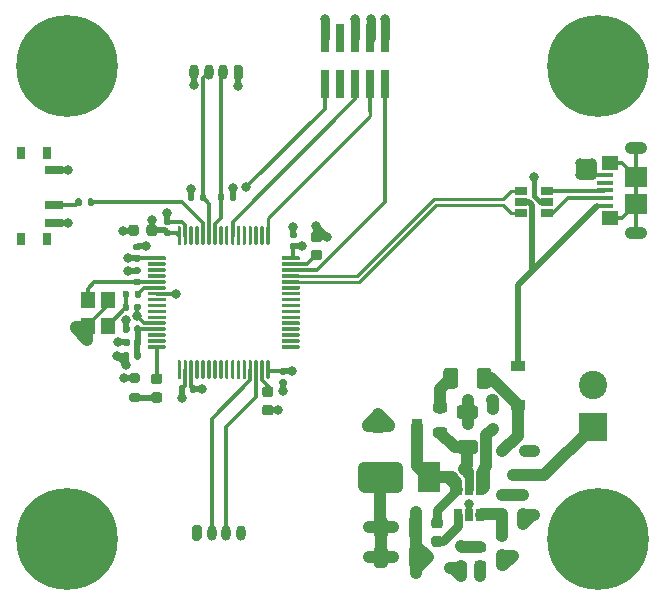
<source format=gbr>
%TF.GenerationSoftware,KiCad,Pcbnew,5.1.10-88a1d61d58~90~ubuntu20.04.1*%
%TF.CreationDate,2021-12-12T00:04:41-03:00*%
%TF.ProjectId,kicadproj,6b696361-6470-4726-9f6a-2e6b69636164,rev?*%
%TF.SameCoordinates,Original*%
%TF.FileFunction,Copper,L1,Top*%
%TF.FilePolarity,Positive*%
%FSLAX46Y46*%
G04 Gerber Fmt 4.6, Leading zero omitted, Abs format (unit mm)*
G04 Created by KiCad (PCBNEW 5.1.10-88a1d61d58~90~ubuntu20.04.1) date 2021-12-12 00:04:41*
%MOMM*%
%LPD*%
G01*
G04 APERTURE LIST*
%TA.AperFunction,SMDPad,CuDef*%
%ADD10R,0.740000X2.400000*%
%TD*%
%TA.AperFunction,SMDPad,CuDef*%
%ADD11R,1.200000X0.900000*%
%TD*%
%TA.AperFunction,SMDPad,CuDef*%
%ADD12R,0.900000X1.200000*%
%TD*%
%TA.AperFunction,ComponentPad*%
%ADD13C,8.600000*%
%TD*%
%TA.AperFunction,ComponentPad*%
%ADD14C,0.900000*%
%TD*%
%TA.AperFunction,ComponentPad*%
%ADD15R,2.400000X2.400000*%
%TD*%
%TA.AperFunction,ComponentPad*%
%ADD16C,2.400000*%
%TD*%
%TA.AperFunction,ComponentPad*%
%ADD17O,0.800000X1.300000*%
%TD*%
%TA.AperFunction,SMDPad,CuDef*%
%ADD18R,1.450000X1.150000*%
%TD*%
%TA.AperFunction,ComponentPad*%
%ADD19O,1.900000X1.050000*%
%TD*%
%TA.AperFunction,SMDPad,CuDef*%
%ADD20R,1.900000X1.750000*%
%TD*%
%TA.AperFunction,SMDPad,CuDef*%
%ADD21R,1.400000X0.400000*%
%TD*%
%TA.AperFunction,SMDPad,CuDef*%
%ADD22R,1.900000X2.500000*%
%TD*%
%TA.AperFunction,SMDPad,CuDef*%
%ADD23R,0.800000X0.900000*%
%TD*%
%TA.AperFunction,SMDPad,CuDef*%
%ADD24R,1.500000X0.700000*%
%TD*%
%TA.AperFunction,SMDPad,CuDef*%
%ADD25R,0.800000X1.000000*%
%TD*%
%TA.AperFunction,SMDPad,CuDef*%
%ADD26R,0.650000X1.060000*%
%TD*%
%TA.AperFunction,SMDPad,CuDef*%
%ADD27R,1.060000X0.650000*%
%TD*%
%TA.AperFunction,SMDPad,CuDef*%
%ADD28R,1.200000X1.400000*%
%TD*%
%TA.AperFunction,ViaPad*%
%ADD29C,0.800000*%
%TD*%
%TA.AperFunction,Conductor*%
%ADD30C,0.300000*%
%TD*%
%TA.AperFunction,Conductor*%
%ADD31C,0.500000*%
%TD*%
%TA.AperFunction,Conductor*%
%ADD32C,1.000000*%
%TD*%
%TA.AperFunction,Conductor*%
%ADD33C,0.750000*%
%TD*%
%TA.AperFunction,Conductor*%
%ADD34C,0.400000*%
%TD*%
%TA.AperFunction,Conductor*%
%ADD35C,0.250000*%
%TD*%
%TA.AperFunction,Conductor*%
%ADD36C,0.261112*%
%TD*%
G04 APERTURE END LIST*
D10*
%TO.P,J3,10*%
%TO.N,NRST*%
X162360000Y-97525000D03*
%TO.P,J3,9*%
%TO.N,GND*%
X162360000Y-93625000D03*
%TO.P,J3,8*%
%TO.N,Net-(J3-Pad8)*%
X163630000Y-97525000D03*
%TO.P,J3,7*%
%TO.N,Net-(J3-Pad7)*%
X163630000Y-93625000D03*
%TO.P,J3,6*%
%TO.N,SWO*%
X164900000Y-97525000D03*
%TO.P,J3,5*%
%TO.N,GND*%
X164900000Y-93625000D03*
%TO.P,J3,4*%
%TO.N,SWCLK*%
X166170000Y-97525000D03*
%TO.P,J3,3*%
%TO.N,GND*%
X166170000Y-93625000D03*
%TO.P,J3,2*%
%TO.N,SWDIO*%
X167440000Y-97525000D03*
%TO.P,J3,1*%
%TO.N,+3V3*%
X167440000Y-93625000D03*
%TD*%
%TO.P,C1,1*%
%TO.N,+3V3*%
%TA.AperFunction,SMDPad,CuDef*%
G36*
G01*
X148127020Y-109633460D02*
X148127020Y-110133460D01*
G75*
G02*
X147902020Y-110358460I-225000J0D01*
G01*
X147452020Y-110358460D01*
G75*
G02*
X147227020Y-110133460I0J225000D01*
G01*
X147227020Y-109633460D01*
G75*
G02*
X147452020Y-109408460I225000J0D01*
G01*
X147902020Y-109408460D01*
G75*
G02*
X148127020Y-109633460I0J-225000D01*
G01*
G37*
%TD.AperFunction*%
%TO.P,C1,2*%
%TO.N,GND*%
%TA.AperFunction,SMDPad,CuDef*%
G36*
G01*
X146577020Y-109633460D02*
X146577020Y-110133460D01*
G75*
G02*
X146352020Y-110358460I-225000J0D01*
G01*
X145902020Y-110358460D01*
G75*
G02*
X145677020Y-110133460I0J225000D01*
G01*
X145677020Y-109633460D01*
G75*
G02*
X145902020Y-109408460I225000J0D01*
G01*
X146352020Y-109408460D01*
G75*
G02*
X146577020Y-109633460I0J-225000D01*
G01*
G37*
%TD.AperFunction*%
%TD*%
%TO.P,C2,2*%
%TO.N,GND*%
%TA.AperFunction,SMDPad,CuDef*%
G36*
G01*
X157250000Y-124650000D02*
X157750000Y-124650000D01*
G75*
G02*
X157975000Y-124875000I0J-225000D01*
G01*
X157975000Y-125325000D01*
G75*
G02*
X157750000Y-125550000I-225000J0D01*
G01*
X157250000Y-125550000D01*
G75*
G02*
X157025000Y-125325000I0J225000D01*
G01*
X157025000Y-124875000D01*
G75*
G02*
X157250000Y-124650000I225000J0D01*
G01*
G37*
%TD.AperFunction*%
%TO.P,C2,1*%
%TO.N,Net-(C2-Pad1)*%
%TA.AperFunction,SMDPad,CuDef*%
G36*
G01*
X157250000Y-123100000D02*
X157750000Y-123100000D01*
G75*
G02*
X157975000Y-123325000I0J-225000D01*
G01*
X157975000Y-123775000D01*
G75*
G02*
X157750000Y-124000000I-225000J0D01*
G01*
X157250000Y-124000000D01*
G75*
G02*
X157025000Y-123775000I0J225000D01*
G01*
X157025000Y-123325000D01*
G75*
G02*
X157250000Y-123100000I225000J0D01*
G01*
G37*
%TD.AperFunction*%
%TD*%
%TO.P,C3,1*%
%TO.N,+3V3*%
%TA.AperFunction,SMDPad,CuDef*%
G36*
G01*
X149172600Y-110394540D02*
X148832600Y-110394540D01*
G75*
G02*
X148692600Y-110254540I0J140000D01*
G01*
X148692600Y-109974540D01*
G75*
G02*
X148832600Y-109834540I140000J0D01*
G01*
X149172600Y-109834540D01*
G75*
G02*
X149312600Y-109974540I0J-140000D01*
G01*
X149312600Y-110254540D01*
G75*
G02*
X149172600Y-110394540I-140000J0D01*
G01*
G37*
%TD.AperFunction*%
%TO.P,C3,2*%
%TO.N,GND*%
%TA.AperFunction,SMDPad,CuDef*%
G36*
G01*
X149172600Y-109434540D02*
X148832600Y-109434540D01*
G75*
G02*
X148692600Y-109294540I0J140000D01*
G01*
X148692600Y-109014540D01*
G75*
G02*
X148832600Y-108874540I140000J0D01*
G01*
X149172600Y-108874540D01*
G75*
G02*
X149312600Y-109014540I0J-140000D01*
G01*
X149312600Y-109294540D01*
G75*
G02*
X149172600Y-109434540I-140000J0D01*
G01*
G37*
%TD.AperFunction*%
%TD*%
%TO.P,C4,1*%
%TO.N,Net-(C4-Pad1)*%
%TA.AperFunction,SMDPad,CuDef*%
G36*
G01*
X161875000Y-112425000D02*
X161375000Y-112425000D01*
G75*
G02*
X161150000Y-112200000I0J225000D01*
G01*
X161150000Y-111750000D01*
G75*
G02*
X161375000Y-111525000I225000J0D01*
G01*
X161875000Y-111525000D01*
G75*
G02*
X162100000Y-111750000I0J-225000D01*
G01*
X162100000Y-112200000D01*
G75*
G02*
X161875000Y-112425000I-225000J0D01*
G01*
G37*
%TD.AperFunction*%
%TO.P,C4,2*%
%TO.N,GND*%
%TA.AperFunction,SMDPad,CuDef*%
G36*
G01*
X161875000Y-110875000D02*
X161375000Y-110875000D01*
G75*
G02*
X161150000Y-110650000I0J225000D01*
G01*
X161150000Y-110200000D01*
G75*
G02*
X161375000Y-109975000I225000J0D01*
G01*
X161875000Y-109975000D01*
G75*
G02*
X162100000Y-110200000I0J-225000D01*
G01*
X162100000Y-110650000D01*
G75*
G02*
X161875000Y-110875000I-225000J0D01*
G01*
G37*
%TD.AperFunction*%
%TD*%
%TO.P,C5,2*%
%TO.N,GND*%
%TA.AperFunction,SMDPad,CuDef*%
G36*
G01*
X150525000Y-123155000D02*
X150525000Y-123495000D01*
G75*
G02*
X150385000Y-123635000I-140000J0D01*
G01*
X150105000Y-123635000D01*
G75*
G02*
X149965000Y-123495000I0J140000D01*
G01*
X149965000Y-123155000D01*
G75*
G02*
X150105000Y-123015000I140000J0D01*
G01*
X150385000Y-123015000D01*
G75*
G02*
X150525000Y-123155000I0J-140000D01*
G01*
G37*
%TD.AperFunction*%
%TO.P,C5,1*%
%TO.N,+3V3*%
%TA.AperFunction,SMDPad,CuDef*%
G36*
G01*
X151485000Y-123155000D02*
X151485000Y-123495000D01*
G75*
G02*
X151345000Y-123635000I-140000J0D01*
G01*
X151065000Y-123635000D01*
G75*
G02*
X150925000Y-123495000I0J140000D01*
G01*
X150925000Y-123155000D01*
G75*
G02*
X151065000Y-123015000I140000J0D01*
G01*
X151345000Y-123015000D01*
G75*
G02*
X151485000Y-123155000I0J-140000D01*
G01*
G37*
%TD.AperFunction*%
%TD*%
%TO.P,C6,1*%
%TO.N,+3V3*%
%TA.AperFunction,SMDPad,CuDef*%
G36*
G01*
X146607200Y-112533220D02*
X146267200Y-112533220D01*
G75*
G02*
X146127200Y-112393220I0J140000D01*
G01*
X146127200Y-112113220D01*
G75*
G02*
X146267200Y-111973220I140000J0D01*
G01*
X146607200Y-111973220D01*
G75*
G02*
X146747200Y-112113220I0J-140000D01*
G01*
X146747200Y-112393220D01*
G75*
G02*
X146607200Y-112533220I-140000J0D01*
G01*
G37*
%TD.AperFunction*%
%TO.P,C6,2*%
%TO.N,GND*%
%TA.AperFunction,SMDPad,CuDef*%
G36*
G01*
X146607200Y-111573220D02*
X146267200Y-111573220D01*
G75*
G02*
X146127200Y-111433220I0J140000D01*
G01*
X146127200Y-111153220D01*
G75*
G02*
X146267200Y-111013220I140000J0D01*
G01*
X146607200Y-111013220D01*
G75*
G02*
X146747200Y-111153220I0J-140000D01*
G01*
X146747200Y-111433220D01*
G75*
G02*
X146607200Y-111573220I-140000J0D01*
G01*
G37*
%TD.AperFunction*%
%TD*%
%TO.P,C7,1*%
%TO.N,BUCK_IN*%
%TA.AperFunction,SMDPad,CuDef*%
G36*
G01*
X175050001Y-128800000D02*
X173749999Y-128800000D01*
G75*
G02*
X173500000Y-128550001I0J249999D01*
G01*
X173500000Y-127899999D01*
G75*
G02*
X173749999Y-127650000I249999J0D01*
G01*
X175050001Y-127650000D01*
G75*
G02*
X175300000Y-127899999I0J-249999D01*
G01*
X175300000Y-128550001D01*
G75*
G02*
X175050001Y-128800000I-249999J0D01*
G01*
G37*
%TD.AperFunction*%
%TO.P,C7,2*%
%TO.N,GND*%
%TA.AperFunction,SMDPad,CuDef*%
G36*
G01*
X175050001Y-125850000D02*
X173749999Y-125850000D01*
G75*
G02*
X173500000Y-125600001I0J249999D01*
G01*
X173500000Y-124949999D01*
G75*
G02*
X173749999Y-124700000I249999J0D01*
G01*
X175050001Y-124700000D01*
G75*
G02*
X175300000Y-124949999I0J-249999D01*
G01*
X175300000Y-125600001D01*
G75*
G02*
X175050001Y-125850000I-249999J0D01*
G01*
G37*
%TD.AperFunction*%
%TD*%
%TO.P,C8,2*%
%TO.N,GND*%
%TA.AperFunction,SMDPad,CuDef*%
G36*
G01*
X158630000Y-122500000D02*
X158970000Y-122500000D01*
G75*
G02*
X159110000Y-122640000I0J-140000D01*
G01*
X159110000Y-122920000D01*
G75*
G02*
X158970000Y-123060000I-140000J0D01*
G01*
X158630000Y-123060000D01*
G75*
G02*
X158490000Y-122920000I0J140000D01*
G01*
X158490000Y-122640000D01*
G75*
G02*
X158630000Y-122500000I140000J0D01*
G01*
G37*
%TD.AperFunction*%
%TO.P,C8,1*%
%TO.N,+3V3*%
%TA.AperFunction,SMDPad,CuDef*%
G36*
G01*
X158630000Y-121540000D02*
X158970000Y-121540000D01*
G75*
G02*
X159110000Y-121680000I0J-140000D01*
G01*
X159110000Y-121960000D01*
G75*
G02*
X158970000Y-122100000I-140000J0D01*
G01*
X158630000Y-122100000D01*
G75*
G02*
X158490000Y-121960000I0J140000D01*
G01*
X158490000Y-121680000D01*
G75*
G02*
X158630000Y-121540000I140000J0D01*
G01*
G37*
%TD.AperFunction*%
%TD*%
%TO.P,C9,1*%
%TO.N,+3V3*%
%TA.AperFunction,SMDPad,CuDef*%
G36*
G01*
X159830440Y-111509600D02*
X159490440Y-111509600D01*
G75*
G02*
X159350440Y-111369600I0J140000D01*
G01*
X159350440Y-111089600D01*
G75*
G02*
X159490440Y-110949600I140000J0D01*
G01*
X159830440Y-110949600D01*
G75*
G02*
X159970440Y-111089600I0J-140000D01*
G01*
X159970440Y-111369600D01*
G75*
G02*
X159830440Y-111509600I-140000J0D01*
G01*
G37*
%TD.AperFunction*%
%TO.P,C9,2*%
%TO.N,GND*%
%TA.AperFunction,SMDPad,CuDef*%
G36*
G01*
X159830440Y-110549600D02*
X159490440Y-110549600D01*
G75*
G02*
X159350440Y-110409600I0J140000D01*
G01*
X159350440Y-110129600D01*
G75*
G02*
X159490440Y-109989600I140000J0D01*
G01*
X159830440Y-109989600D01*
G75*
G02*
X159970440Y-110129600I0J-140000D01*
G01*
X159970440Y-110409600D01*
G75*
G02*
X159830440Y-110549600I-140000J0D01*
G01*
G37*
%TD.AperFunction*%
%TD*%
%TO.P,C10,1*%
%TO.N,+3.3VA*%
%TA.AperFunction,SMDPad,CuDef*%
G36*
G01*
X146755240Y-119207980D02*
X146755240Y-119547980D01*
G75*
G02*
X146615240Y-119687980I-140000J0D01*
G01*
X146335240Y-119687980D01*
G75*
G02*
X146195240Y-119547980I0J140000D01*
G01*
X146195240Y-119207980D01*
G75*
G02*
X146335240Y-119067980I140000J0D01*
G01*
X146615240Y-119067980D01*
G75*
G02*
X146755240Y-119207980I0J-140000D01*
G01*
G37*
%TD.AperFunction*%
%TO.P,C10,2*%
%TO.N,GND*%
%TA.AperFunction,SMDPad,CuDef*%
G36*
G01*
X145795240Y-119207980D02*
X145795240Y-119547980D01*
G75*
G02*
X145655240Y-119687980I-140000J0D01*
G01*
X145375240Y-119687980D01*
G75*
G02*
X145235240Y-119547980I0J140000D01*
G01*
X145235240Y-119207980D01*
G75*
G02*
X145375240Y-119067980I140000J0D01*
G01*
X145655240Y-119067980D01*
G75*
G02*
X145795240Y-119207980I0J-140000D01*
G01*
G37*
%TD.AperFunction*%
%TD*%
%TO.P,C11,2*%
%TO.N,GND*%
%TA.AperFunction,SMDPad,CuDef*%
G36*
G01*
X145795240Y-118072600D02*
X145795240Y-118412600D01*
G75*
G02*
X145655240Y-118552600I-140000J0D01*
G01*
X145375240Y-118552600D01*
G75*
G02*
X145235240Y-118412600I0J140000D01*
G01*
X145235240Y-118072600D01*
G75*
G02*
X145375240Y-117932600I140000J0D01*
G01*
X145655240Y-117932600D01*
G75*
G02*
X145795240Y-118072600I0J-140000D01*
G01*
G37*
%TD.AperFunction*%
%TO.P,C11,1*%
%TO.N,+3.3VA*%
%TA.AperFunction,SMDPad,CuDef*%
G36*
G01*
X146755240Y-118072600D02*
X146755240Y-118412600D01*
G75*
G02*
X146615240Y-118552600I-140000J0D01*
G01*
X146335240Y-118552600D01*
G75*
G02*
X146195240Y-118412600I0J140000D01*
G01*
X146195240Y-118072600D01*
G75*
G02*
X146335240Y-117932600I140000J0D01*
G01*
X146615240Y-117932600D01*
G75*
G02*
X146755240Y-118072600I0J-140000D01*
G01*
G37*
%TD.AperFunction*%
%TD*%
%TO.P,C12,2*%
%TO.N,BUCK_BST*%
%TA.AperFunction,SMDPad,CuDef*%
G36*
G01*
X171575000Y-135775000D02*
X172075000Y-135775000D01*
G75*
G02*
X172300000Y-136000000I0J-225000D01*
G01*
X172300000Y-136450000D01*
G75*
G02*
X172075000Y-136675000I-225000J0D01*
G01*
X171575000Y-136675000D01*
G75*
G02*
X171350000Y-136450000I0J225000D01*
G01*
X171350000Y-136000000D01*
G75*
G02*
X171575000Y-135775000I225000J0D01*
G01*
G37*
%TD.AperFunction*%
%TO.P,C12,1*%
%TO.N,BUCK_SW*%
%TA.AperFunction,SMDPad,CuDef*%
G36*
G01*
X171575000Y-134225000D02*
X172075000Y-134225000D01*
G75*
G02*
X172300000Y-134450000I0J-225000D01*
G01*
X172300000Y-134900000D01*
G75*
G02*
X172075000Y-135125000I-225000J0D01*
G01*
X171575000Y-135125000D01*
G75*
G02*
X171350000Y-134900000I0J225000D01*
G01*
X171350000Y-134450000D01*
G75*
G02*
X171575000Y-134225000I225000J0D01*
G01*
G37*
%TD.AperFunction*%
%TD*%
%TO.P,C13,1*%
%TO.N,HSE_IN*%
%TA.AperFunction,SMDPad,CuDef*%
G36*
G01*
X146604660Y-114524580D02*
X146264660Y-114524580D01*
G75*
G02*
X146124660Y-114384580I0J140000D01*
G01*
X146124660Y-114104580D01*
G75*
G02*
X146264660Y-113964580I140000J0D01*
G01*
X146604660Y-113964580D01*
G75*
G02*
X146744660Y-114104580I0J-140000D01*
G01*
X146744660Y-114384580D01*
G75*
G02*
X146604660Y-114524580I-140000J0D01*
G01*
G37*
%TD.AperFunction*%
%TO.P,C13,2*%
%TO.N,GND*%
%TA.AperFunction,SMDPad,CuDef*%
G36*
G01*
X146604660Y-113564580D02*
X146264660Y-113564580D01*
G75*
G02*
X146124660Y-113424580I0J140000D01*
G01*
X146124660Y-113144580D01*
G75*
G02*
X146264660Y-113004580I140000J0D01*
G01*
X146604660Y-113004580D01*
G75*
G02*
X146744660Y-113144580I0J-140000D01*
G01*
X146744660Y-113424580D01*
G75*
G02*
X146604660Y-113564580I-140000J0D01*
G01*
G37*
%TD.AperFunction*%
%TD*%
%TO.P,C14,1*%
%TO.N,+3V3*%
%TA.AperFunction,SMDPad,CuDef*%
G36*
G01*
X166500000Y-135700001D02*
X166500000Y-134399999D01*
G75*
G02*
X166749999Y-134150000I249999J0D01*
G01*
X167400001Y-134150000D01*
G75*
G02*
X167650000Y-134399999I0J-249999D01*
G01*
X167650000Y-135700001D01*
G75*
G02*
X167400001Y-135950000I-249999J0D01*
G01*
X166749999Y-135950000D01*
G75*
G02*
X166500000Y-135700001I0J249999D01*
G01*
G37*
%TD.AperFunction*%
%TO.P,C14,2*%
%TO.N,GND*%
%TA.AperFunction,SMDPad,CuDef*%
G36*
G01*
X169450000Y-135700001D02*
X169450000Y-134399999D01*
G75*
G02*
X169699999Y-134150000I249999J0D01*
G01*
X170350001Y-134150000D01*
G75*
G02*
X170600000Y-134399999I0J-249999D01*
G01*
X170600000Y-135700001D01*
G75*
G02*
X170350001Y-135950000I-249999J0D01*
G01*
X169699999Y-135950000D01*
G75*
G02*
X169450000Y-135700001I0J249999D01*
G01*
G37*
%TD.AperFunction*%
%TD*%
%TO.P,C15,2*%
%TO.N,GND*%
%TA.AperFunction,SMDPad,CuDef*%
G36*
G01*
X146167300Y-116576180D02*
X146167300Y-116236180D01*
G75*
G02*
X146307300Y-116096180I140000J0D01*
G01*
X146587300Y-116096180D01*
G75*
G02*
X146727300Y-116236180I0J-140000D01*
G01*
X146727300Y-116576180D01*
G75*
G02*
X146587300Y-116716180I-140000J0D01*
G01*
X146307300Y-116716180D01*
G75*
G02*
X146167300Y-116576180I0J140000D01*
G01*
G37*
%TD.AperFunction*%
%TO.P,C15,1*%
%TO.N,Net-(C15-Pad1)*%
%TA.AperFunction,SMDPad,CuDef*%
G36*
G01*
X145207300Y-116576180D02*
X145207300Y-116236180D01*
G75*
G02*
X145347300Y-116096180I140000J0D01*
G01*
X145627300Y-116096180D01*
G75*
G02*
X145767300Y-116236180I0J-140000D01*
G01*
X145767300Y-116576180D01*
G75*
G02*
X145627300Y-116716180I-140000J0D01*
G01*
X145347300Y-116716180D01*
G75*
G02*
X145207300Y-116576180I0J140000D01*
G01*
G37*
%TD.AperFunction*%
%TD*%
%TO.P,C16,2*%
%TO.N,GND*%
%TA.AperFunction,SMDPad,CuDef*%
G36*
G01*
X169450000Y-138200001D02*
X169450000Y-136899999D01*
G75*
G02*
X169699999Y-136650000I249999J0D01*
G01*
X170350001Y-136650000D01*
G75*
G02*
X170600000Y-136899999I0J-249999D01*
G01*
X170600000Y-138200001D01*
G75*
G02*
X170350001Y-138450000I-249999J0D01*
G01*
X169699999Y-138450000D01*
G75*
G02*
X169450000Y-138200001I0J249999D01*
G01*
G37*
%TD.AperFunction*%
%TO.P,C16,1*%
%TO.N,+3V3*%
%TA.AperFunction,SMDPad,CuDef*%
G36*
G01*
X166500000Y-138200001D02*
X166500000Y-136899999D01*
G75*
G02*
X166749999Y-136650000I249999J0D01*
G01*
X167400001Y-136650000D01*
G75*
G02*
X167650000Y-136899999I0J-249999D01*
G01*
X167650000Y-138200001D01*
G75*
G02*
X167400001Y-138450000I-249999J0D01*
G01*
X166749999Y-138450000D01*
G75*
G02*
X166500000Y-138200001I0J249999D01*
G01*
G37*
%TD.AperFunction*%
%TD*%
D11*
%TO.P,D1,1*%
%TO.N,Net-(D1-Pad1)*%
X178650000Y-124650000D03*
%TO.P,D1,2*%
%TO.N,+5V*%
X178650000Y-121350000D03*
%TD*%
D12*
%TO.P,D2,1*%
%TO.N,BUCK_SW*%
X170150000Y-126450000D03*
%TO.P,D2,2*%
%TO.N,GND*%
X166850000Y-126450000D03*
%TD*%
%TO.P,D3,1*%
%TO.N,Net-(D3-Pad1)*%
%TA.AperFunction,SMDPad,CuDef*%
G36*
G01*
X148349530Y-124473940D02*
X147837030Y-124473940D01*
G75*
G02*
X147618280Y-124255190I0J218750D01*
G01*
X147618280Y-123817690D01*
G75*
G02*
X147837030Y-123598940I218750J0D01*
G01*
X148349530Y-123598940D01*
G75*
G02*
X148568280Y-123817690I0J-218750D01*
G01*
X148568280Y-124255190D01*
G75*
G02*
X148349530Y-124473940I-218750J0D01*
G01*
G37*
%TD.AperFunction*%
%TO.P,D3,2*%
%TO.N,LED_STATUS*%
%TA.AperFunction,SMDPad,CuDef*%
G36*
G01*
X148349530Y-122898940D02*
X147837030Y-122898940D01*
G75*
G02*
X147618280Y-122680190I0J218750D01*
G01*
X147618280Y-122242690D01*
G75*
G02*
X147837030Y-122023940I218750J0D01*
G01*
X148349530Y-122023940D01*
G75*
G02*
X148568280Y-122242690I0J-218750D01*
G01*
X148568280Y-122680190D01*
G75*
G02*
X148349530Y-122898940I-218750J0D01*
G01*
G37*
%TD.AperFunction*%
%TD*%
%TO.P,D4,2*%
%TO.N,+3V3*%
%TA.AperFunction,SMDPad,CuDef*%
G36*
G01*
X175243750Y-137850000D02*
X175756250Y-137850000D01*
G75*
G02*
X175975000Y-138068750I0J-218750D01*
G01*
X175975000Y-138506250D01*
G75*
G02*
X175756250Y-138725000I-218750J0D01*
G01*
X175243750Y-138725000D01*
G75*
G02*
X175025000Y-138506250I0J218750D01*
G01*
X175025000Y-138068750D01*
G75*
G02*
X175243750Y-137850000I218750J0D01*
G01*
G37*
%TD.AperFunction*%
%TO.P,D4,1*%
%TO.N,Net-(D4-Pad1)*%
%TA.AperFunction,SMDPad,CuDef*%
G36*
G01*
X175243750Y-136275000D02*
X175756250Y-136275000D01*
G75*
G02*
X175975000Y-136493750I0J-218750D01*
G01*
X175975000Y-136931250D01*
G75*
G02*
X175756250Y-137150000I-218750J0D01*
G01*
X175243750Y-137150000D01*
G75*
G02*
X175025000Y-136931250I0J218750D01*
G01*
X175025000Y-136493750D01*
G75*
G02*
X175243750Y-136275000I218750J0D01*
G01*
G37*
%TD.AperFunction*%
%TD*%
%TO.P,F1,1*%
%TO.N,Net-(F1-Pad1)*%
%TA.AperFunction,SMDPad,CuDef*%
G36*
G01*
X172375000Y-123025000D02*
X172375000Y-121775000D01*
G75*
G02*
X172625000Y-121525000I250000J0D01*
G01*
X173375000Y-121525000D01*
G75*
G02*
X173625000Y-121775000I0J-250000D01*
G01*
X173625000Y-123025000D01*
G75*
G02*
X173375000Y-123275000I-250000J0D01*
G01*
X172625000Y-123275000D01*
G75*
G02*
X172375000Y-123025000I0J250000D01*
G01*
G37*
%TD.AperFunction*%
%TO.P,F1,2*%
%TO.N,Net-(D1-Pad1)*%
%TA.AperFunction,SMDPad,CuDef*%
G36*
G01*
X175175000Y-123025000D02*
X175175000Y-121775000D01*
G75*
G02*
X175425000Y-121525000I250000J0D01*
G01*
X176175000Y-121525000D01*
G75*
G02*
X176425000Y-121775000I0J-250000D01*
G01*
X176425000Y-123025000D01*
G75*
G02*
X176175000Y-123275000I-250000J0D01*
G01*
X175425000Y-123275000D01*
G75*
G02*
X175175000Y-123025000I0J250000D01*
G01*
G37*
%TD.AperFunction*%
%TD*%
%TO.P,FB1,2*%
%TO.N,Net-(F1-Pad1)*%
%TA.AperFunction,SMDPad,CuDef*%
G36*
G01*
X172481250Y-125325000D02*
X171718750Y-125325000D01*
G75*
G02*
X171500000Y-125106250I0J218750D01*
G01*
X171500000Y-124668750D01*
G75*
G02*
X171718750Y-124450000I218750J0D01*
G01*
X172481250Y-124450000D01*
G75*
G02*
X172700000Y-124668750I0J-218750D01*
G01*
X172700000Y-125106250D01*
G75*
G02*
X172481250Y-125325000I-218750J0D01*
G01*
G37*
%TD.AperFunction*%
%TO.P,FB1,1*%
%TO.N,BUCK_IN*%
%TA.AperFunction,SMDPad,CuDef*%
G36*
G01*
X172481250Y-127450000D02*
X171718750Y-127450000D01*
G75*
G02*
X171500000Y-127231250I0J218750D01*
G01*
X171500000Y-126793750D01*
G75*
G02*
X171718750Y-126575000I218750J0D01*
G01*
X172481250Y-126575000D01*
G75*
G02*
X172700000Y-126793750I0J-218750D01*
G01*
X172700000Y-127231250D01*
G75*
G02*
X172481250Y-127450000I-218750J0D01*
G01*
G37*
%TD.AperFunction*%
%TD*%
D13*
%TO.P,H1,1*%
%TO.N,GND*%
X140500000Y-96000000D03*
D14*
X143725000Y-96000000D03*
X142780419Y-98280419D03*
X140500000Y-99225000D03*
X138219581Y-98280419D03*
X137275000Y-96000000D03*
X138219581Y-93719581D03*
X140500000Y-92775000D03*
X142780419Y-93719581D03*
%TD*%
%TO.P,H2,1*%
%TO.N,GND*%
X187780419Y-93719581D03*
X185500000Y-92775000D03*
X183219581Y-93719581D03*
X182275000Y-96000000D03*
X183219581Y-98280419D03*
X185500000Y-99225000D03*
X187780419Y-98280419D03*
X188725000Y-96000000D03*
D13*
X185500000Y-96000000D03*
%TD*%
%TO.P,H3,1*%
%TO.N,GND*%
X185500000Y-136000000D03*
D14*
X188725000Y-136000000D03*
X187780419Y-138280419D03*
X185500000Y-139225000D03*
X183219581Y-138280419D03*
X182275000Y-136000000D03*
X183219581Y-133719581D03*
X185500000Y-132775000D03*
X187780419Y-133719581D03*
%TD*%
%TO.P,H4,1*%
%TO.N,GND*%
X142780419Y-133719581D03*
X140500000Y-132775000D03*
X138219581Y-133719581D03*
X137275000Y-136000000D03*
X138219581Y-138280419D03*
X140500000Y-139225000D03*
X142780419Y-138280419D03*
X143725000Y-136000000D03*
D13*
X140500000Y-136000000D03*
%TD*%
D15*
%TO.P,J1,1*%
%TO.N,+12V*%
X185000000Y-126500000D03*
D16*
%TO.P,J1,2*%
%TO.N,GND*%
X185000000Y-123000000D03*
%TD*%
D17*
%TO.P,J2,4*%
%TO.N,GND*%
X151250000Y-96500000D03*
%TO.P,J2,3*%
%TO.N,I2C1_SDA*%
X152500000Y-96500000D03*
%TO.P,J2,2*%
%TO.N,I2C1_SCL*%
X153750000Y-96500000D03*
%TO.P,J2,1*%
%TO.N,+3V3*%
%TA.AperFunction,ComponentPad*%
G36*
G01*
X155400000Y-96050000D02*
X155400000Y-96950000D01*
G75*
G02*
X155200000Y-97150000I-200000J0D01*
G01*
X154800000Y-97150000D01*
G75*
G02*
X154600000Y-96950000I0J200000D01*
G01*
X154600000Y-96050000D01*
G75*
G02*
X154800000Y-95850000I200000J0D01*
G01*
X155200000Y-95850000D01*
G75*
G02*
X155400000Y-96050000I0J-200000D01*
G01*
G37*
%TD.AperFunction*%
%TD*%
%TO.P,J4,1*%
%TO.N,+3V3*%
%TA.AperFunction,ComponentPad*%
G36*
G01*
X151100000Y-135950000D02*
X151100000Y-135050000D01*
G75*
G02*
X151300000Y-134850000I200000J0D01*
G01*
X151700000Y-134850000D01*
G75*
G02*
X151900000Y-135050000I0J-200000D01*
G01*
X151900000Y-135950000D01*
G75*
G02*
X151700000Y-136150000I-200000J0D01*
G01*
X151300000Y-136150000D01*
G75*
G02*
X151100000Y-135950000I0J200000D01*
G01*
G37*
%TD.AperFunction*%
%TO.P,J4,2*%
%TO.N,USART3_TX*%
X152750000Y-135500000D03*
%TO.P,J4,3*%
%TO.N,USART3_RX*%
X154000000Y-135500000D03*
%TO.P,J4,4*%
%TO.N,GND*%
X155250000Y-135500000D03*
%TD*%
D18*
%TO.P,J5,6*%
%TO.N,Net-(J5-Pad6)*%
X186470000Y-108820000D03*
X186470000Y-104180000D03*
D19*
X188700000Y-102925000D03*
X188700000Y-110075000D03*
D20*
X188700000Y-107625000D03*
D21*
%TO.P,J5,3*%
%TO.N,USB_CONN_D+*%
X186050000Y-106500000D03*
%TO.P,J5,4*%
%TO.N,Net-(J5-Pad4)*%
X186050000Y-105850000D03*
%TO.P,J5,5*%
%TO.N,GND*%
X186050000Y-105200000D03*
%TO.P,J5,1*%
%TO.N,+5V*%
X186050000Y-107800000D03*
%TO.P,J5,2*%
%TO.N,USB_CONN_D-*%
X186050000Y-107150000D03*
D20*
%TO.P,J5,6*%
%TO.N,Net-(J5-Pad6)*%
X188700000Y-105375000D03*
%TD*%
%TO.P,L1,1*%
%TO.N,+3.3VA*%
%TA.AperFunction,SMDPad,CuDef*%
G36*
G01*
X146760000Y-120328160D02*
X146760000Y-120673160D01*
G75*
G02*
X146612500Y-120820660I-147500J0D01*
G01*
X146317500Y-120820660D01*
G75*
G02*
X146170000Y-120673160I0J147500D01*
G01*
X146170000Y-120328160D01*
G75*
G02*
X146317500Y-120180660I147500J0D01*
G01*
X146612500Y-120180660D01*
G75*
G02*
X146760000Y-120328160I0J-147500D01*
G01*
G37*
%TD.AperFunction*%
%TO.P,L1,2*%
%TO.N,+3V3*%
%TA.AperFunction,SMDPad,CuDef*%
G36*
G01*
X145790000Y-120328160D02*
X145790000Y-120673160D01*
G75*
G02*
X145642500Y-120820660I-147500J0D01*
G01*
X145347500Y-120820660D01*
G75*
G02*
X145200000Y-120673160I0J147500D01*
G01*
X145200000Y-120328160D01*
G75*
G02*
X145347500Y-120180660I147500J0D01*
G01*
X145642500Y-120180660D01*
G75*
G02*
X145790000Y-120328160I0J-147500D01*
G01*
G37*
%TD.AperFunction*%
%TD*%
D22*
%TO.P,L2,1*%
%TO.N,BUCK_SW*%
X171141100Y-130800000D03*
%TO.P,L2,2*%
%TO.N,+3V3*%
X167041100Y-130800000D03*
%TD*%
D23*
%TO.P,Q1,1*%
%TO.N,GND*%
X179250000Y-128600000D03*
%TO.P,Q1,2*%
%TO.N,Net-(D1-Pad1)*%
X177350000Y-128600000D03*
%TO.P,Q1,3*%
%TO.N,+12V*%
X178300000Y-130600000D03*
%TD*%
%TO.P,R1,2*%
%TO.N,BUCK_IN*%
%TA.AperFunction,SMDPad,CuDef*%
G36*
G01*
X174525000Y-129775000D02*
X174525000Y-130325000D01*
G75*
G02*
X174325000Y-130525000I-200000J0D01*
G01*
X173925000Y-130525000D01*
G75*
G02*
X173725000Y-130325000I0J200000D01*
G01*
X173725000Y-129775000D01*
G75*
G02*
X173925000Y-129575000I200000J0D01*
G01*
X174325000Y-129575000D01*
G75*
G02*
X174525000Y-129775000I0J-200000D01*
G01*
G37*
%TD.AperFunction*%
%TO.P,R1,1*%
%TO.N,BUCK_EN*%
%TA.AperFunction,SMDPad,CuDef*%
G36*
G01*
X176175000Y-129775000D02*
X176175000Y-130325000D01*
G75*
G02*
X175975000Y-130525000I-200000J0D01*
G01*
X175575000Y-130525000D01*
G75*
G02*
X175375000Y-130325000I0J200000D01*
G01*
X175375000Y-129775000D01*
G75*
G02*
X175575000Y-129575000I200000J0D01*
G01*
X175975000Y-129575000D01*
G75*
G02*
X176175000Y-129775000I0J-200000D01*
G01*
G37*
%TD.AperFunction*%
%TD*%
%TO.P,R2,1*%
%TO.N,GND*%
%TA.AperFunction,SMDPad,CuDef*%
G36*
G01*
X176275000Y-124625000D02*
X176825000Y-124625000D01*
G75*
G02*
X177025000Y-124825000I0J-200000D01*
G01*
X177025000Y-125225000D01*
G75*
G02*
X176825000Y-125425000I-200000J0D01*
G01*
X176275000Y-125425000D01*
G75*
G02*
X176075000Y-125225000I0J200000D01*
G01*
X176075000Y-124825000D01*
G75*
G02*
X176275000Y-124625000I200000J0D01*
G01*
G37*
%TD.AperFunction*%
%TO.P,R2,2*%
%TO.N,BUCK_EN*%
%TA.AperFunction,SMDPad,CuDef*%
G36*
G01*
X176275000Y-126275000D02*
X176825000Y-126275000D01*
G75*
G02*
X177025000Y-126475000I0J-200000D01*
G01*
X177025000Y-126875000D01*
G75*
G02*
X176825000Y-127075000I-200000J0D01*
G01*
X176275000Y-127075000D01*
G75*
G02*
X176075000Y-126875000I0J200000D01*
G01*
X176075000Y-126475000D01*
G75*
G02*
X176275000Y-126275000I200000J0D01*
G01*
G37*
%TD.AperFunction*%
%TD*%
%TO.P,R3,2*%
%TO.N,+3V3*%
%TA.AperFunction,SMDPad,CuDef*%
G36*
G01*
X151260000Y-106915000D02*
X151260000Y-107285000D01*
G75*
G02*
X151125000Y-107420000I-135000J0D01*
G01*
X150855000Y-107420000D01*
G75*
G02*
X150720000Y-107285000I0J135000D01*
G01*
X150720000Y-106915000D01*
G75*
G02*
X150855000Y-106780000I135000J0D01*
G01*
X151125000Y-106780000D01*
G75*
G02*
X151260000Y-106915000I0J-135000D01*
G01*
G37*
%TD.AperFunction*%
%TO.P,R3,1*%
%TO.N,I2C1_SDA*%
%TA.AperFunction,SMDPad,CuDef*%
G36*
G01*
X152280000Y-106915000D02*
X152280000Y-107285000D01*
G75*
G02*
X152145000Y-107420000I-135000J0D01*
G01*
X151875000Y-107420000D01*
G75*
G02*
X151740000Y-107285000I0J135000D01*
G01*
X151740000Y-106915000D01*
G75*
G02*
X151875000Y-106780000I135000J0D01*
G01*
X152145000Y-106780000D01*
G75*
G02*
X152280000Y-106915000I0J-135000D01*
G01*
G37*
%TD.AperFunction*%
%TD*%
%TO.P,R4,2*%
%TO.N,+3V3*%
%TA.AperFunction,SMDPad,CuDef*%
G36*
G01*
X177025000Y-137000000D02*
X177575000Y-137000000D01*
G75*
G02*
X177775000Y-137200000I0J-200000D01*
G01*
X177775000Y-137600000D01*
G75*
G02*
X177575000Y-137800000I-200000J0D01*
G01*
X177025000Y-137800000D01*
G75*
G02*
X176825000Y-137600000I0J200000D01*
G01*
X176825000Y-137200000D01*
G75*
G02*
X177025000Y-137000000I200000J0D01*
G01*
G37*
%TD.AperFunction*%
%TO.P,R4,1*%
%TO.N,BUCK_FB*%
%TA.AperFunction,SMDPad,CuDef*%
G36*
G01*
X177025000Y-135350000D02*
X177575000Y-135350000D01*
G75*
G02*
X177775000Y-135550000I0J-200000D01*
G01*
X177775000Y-135950000D01*
G75*
G02*
X177575000Y-136150000I-200000J0D01*
G01*
X177025000Y-136150000D01*
G75*
G02*
X176825000Y-135950000I0J200000D01*
G01*
X176825000Y-135550000D01*
G75*
G02*
X177025000Y-135350000I200000J0D01*
G01*
G37*
%TD.AperFunction*%
%TD*%
%TO.P,R5,1*%
%TO.N,Net-(R5-Pad1)*%
%TA.AperFunction,SMDPad,CuDef*%
G36*
G01*
X177075000Y-131875000D02*
X177625000Y-131875000D01*
G75*
G02*
X177825000Y-132075000I0J-200000D01*
G01*
X177825000Y-132475000D01*
G75*
G02*
X177625000Y-132675000I-200000J0D01*
G01*
X177075000Y-132675000D01*
G75*
G02*
X176875000Y-132475000I0J200000D01*
G01*
X176875000Y-132075000D01*
G75*
G02*
X177075000Y-131875000I200000J0D01*
G01*
G37*
%TD.AperFunction*%
%TO.P,R5,2*%
%TO.N,BUCK_FB*%
%TA.AperFunction,SMDPad,CuDef*%
G36*
G01*
X177075000Y-133525000D02*
X177625000Y-133525000D01*
G75*
G02*
X177825000Y-133725000I0J-200000D01*
G01*
X177825000Y-134125000D01*
G75*
G02*
X177625000Y-134325000I-200000J0D01*
G01*
X177075000Y-134325000D01*
G75*
G02*
X176875000Y-134125000I0J200000D01*
G01*
X176875000Y-133725000D01*
G75*
G02*
X177075000Y-133525000I200000J0D01*
G01*
G37*
%TD.AperFunction*%
%TD*%
%TO.P,R6,2*%
%TO.N,Net-(R5-Pad1)*%
%TA.AperFunction,SMDPad,CuDef*%
G36*
G01*
X179375000Y-132675000D02*
X178825000Y-132675000D01*
G75*
G02*
X178625000Y-132475000I0J200000D01*
G01*
X178625000Y-132075000D01*
G75*
G02*
X178825000Y-131875000I200000J0D01*
G01*
X179375000Y-131875000D01*
G75*
G02*
X179575000Y-132075000I0J-200000D01*
G01*
X179575000Y-132475000D01*
G75*
G02*
X179375000Y-132675000I-200000J0D01*
G01*
G37*
%TD.AperFunction*%
%TO.P,R6,1*%
%TO.N,GND*%
%TA.AperFunction,SMDPad,CuDef*%
G36*
G01*
X179375000Y-134325000D02*
X178825000Y-134325000D01*
G75*
G02*
X178625000Y-134125000I0J200000D01*
G01*
X178625000Y-133725000D01*
G75*
G02*
X178825000Y-133525000I200000J0D01*
G01*
X179375000Y-133525000D01*
G75*
G02*
X179575000Y-133725000I0J-200000D01*
G01*
X179575000Y-134125000D01*
G75*
G02*
X179375000Y-134325000I-200000J0D01*
G01*
G37*
%TD.AperFunction*%
%TD*%
%TO.P,R7,1*%
%TO.N,Net-(R7-Pad1)*%
%TA.AperFunction,SMDPad,CuDef*%
G36*
G01*
X141220000Y-107685000D02*
X141220000Y-107315000D01*
G75*
G02*
X141355000Y-107180000I135000J0D01*
G01*
X141625000Y-107180000D01*
G75*
G02*
X141760000Y-107315000I0J-135000D01*
G01*
X141760000Y-107685000D01*
G75*
G02*
X141625000Y-107820000I-135000J0D01*
G01*
X141355000Y-107820000D01*
G75*
G02*
X141220000Y-107685000I0J135000D01*
G01*
G37*
%TD.AperFunction*%
%TO.P,R7,2*%
%TO.N,BOOT0*%
%TA.AperFunction,SMDPad,CuDef*%
G36*
G01*
X142240000Y-107685000D02*
X142240000Y-107315000D01*
G75*
G02*
X142375000Y-107180000I135000J0D01*
G01*
X142645000Y-107180000D01*
G75*
G02*
X142780000Y-107315000I0J-135000D01*
G01*
X142780000Y-107685000D01*
G75*
G02*
X142645000Y-107820000I-135000J0D01*
G01*
X142375000Y-107820000D01*
G75*
G02*
X142240000Y-107685000I0J135000D01*
G01*
G37*
%TD.AperFunction*%
%TD*%
%TO.P,R8,1*%
%TO.N,I2C1_SCL*%
%TA.AperFunction,SMDPad,CuDef*%
G36*
G01*
X153270000Y-107260000D02*
X153270000Y-106890000D01*
G75*
G02*
X153405000Y-106755000I135000J0D01*
G01*
X153675000Y-106755000D01*
G75*
G02*
X153810000Y-106890000I0J-135000D01*
G01*
X153810000Y-107260000D01*
G75*
G02*
X153675000Y-107395000I-135000J0D01*
G01*
X153405000Y-107395000D01*
G75*
G02*
X153270000Y-107260000I0J135000D01*
G01*
G37*
%TD.AperFunction*%
%TO.P,R8,2*%
%TO.N,+3V3*%
%TA.AperFunction,SMDPad,CuDef*%
G36*
G01*
X154290000Y-107260000D02*
X154290000Y-106890000D01*
G75*
G02*
X154425000Y-106755000I135000J0D01*
G01*
X154695000Y-106755000D01*
G75*
G02*
X154830000Y-106890000I0J-135000D01*
G01*
X154830000Y-107260000D01*
G75*
G02*
X154695000Y-107395000I-135000J0D01*
G01*
X154425000Y-107395000D01*
G75*
G02*
X154290000Y-107260000I0J135000D01*
G01*
G37*
%TD.AperFunction*%
%TD*%
%TO.P,R9,1*%
%TO.N,GND*%
%TA.AperFunction,SMDPad,CuDef*%
G36*
G01*
X145964080Y-121988380D02*
X146514080Y-121988380D01*
G75*
G02*
X146714080Y-122188380I0J-200000D01*
G01*
X146714080Y-122588380D01*
G75*
G02*
X146514080Y-122788380I-200000J0D01*
G01*
X145964080Y-122788380D01*
G75*
G02*
X145764080Y-122588380I0J200000D01*
G01*
X145764080Y-122188380D01*
G75*
G02*
X145964080Y-121988380I200000J0D01*
G01*
G37*
%TD.AperFunction*%
%TO.P,R9,2*%
%TO.N,Net-(D3-Pad1)*%
%TA.AperFunction,SMDPad,CuDef*%
G36*
G01*
X145964080Y-123638380D02*
X146514080Y-123638380D01*
G75*
G02*
X146714080Y-123838380I0J-200000D01*
G01*
X146714080Y-124238380D01*
G75*
G02*
X146514080Y-124438380I-200000J0D01*
G01*
X145964080Y-124438380D01*
G75*
G02*
X145764080Y-124238380I0J200000D01*
G01*
X145764080Y-123838380D01*
G75*
G02*
X145964080Y-123638380I200000J0D01*
G01*
G37*
%TD.AperFunction*%
%TD*%
%TO.P,R10,2*%
%TO.N,HSE_OUT*%
%TA.AperFunction,SMDPad,CuDef*%
G36*
G01*
X146237780Y-115483740D02*
X146237780Y-115113740D01*
G75*
G02*
X146372780Y-114978740I135000J0D01*
G01*
X146642780Y-114978740D01*
G75*
G02*
X146777780Y-115113740I0J-135000D01*
G01*
X146777780Y-115483740D01*
G75*
G02*
X146642780Y-115618740I-135000J0D01*
G01*
X146372780Y-115618740D01*
G75*
G02*
X146237780Y-115483740I0J135000D01*
G01*
G37*
%TD.AperFunction*%
%TO.P,R10,1*%
%TO.N,Net-(C15-Pad1)*%
%TA.AperFunction,SMDPad,CuDef*%
G36*
G01*
X145217780Y-115483740D02*
X145217780Y-115113740D01*
G75*
G02*
X145352780Y-114978740I135000J0D01*
G01*
X145622780Y-114978740D01*
G75*
G02*
X145757780Y-115113740I0J-135000D01*
G01*
X145757780Y-115483740D01*
G75*
G02*
X145622780Y-115618740I-135000J0D01*
G01*
X145352780Y-115618740D01*
G75*
G02*
X145217780Y-115483740I0J135000D01*
G01*
G37*
%TD.AperFunction*%
%TD*%
%TO.P,R11,1*%
%TO.N,GND*%
%TA.AperFunction,SMDPad,CuDef*%
G36*
G01*
X174150000Y-138700000D02*
X173600000Y-138700000D01*
G75*
G02*
X173400000Y-138500000I0J200000D01*
G01*
X173400000Y-138100000D01*
G75*
G02*
X173600000Y-137900000I200000J0D01*
G01*
X174150000Y-137900000D01*
G75*
G02*
X174350000Y-138100000I0J-200000D01*
G01*
X174350000Y-138500000D01*
G75*
G02*
X174150000Y-138700000I-200000J0D01*
G01*
G37*
%TD.AperFunction*%
%TO.P,R11,2*%
%TO.N,Net-(D4-Pad1)*%
%TA.AperFunction,SMDPad,CuDef*%
G36*
G01*
X174150000Y-137050000D02*
X173600000Y-137050000D01*
G75*
G02*
X173400000Y-136850000I0J200000D01*
G01*
X173400000Y-136450000D01*
G75*
G02*
X173600000Y-136250000I200000J0D01*
G01*
X174150000Y-136250000D01*
G75*
G02*
X174350000Y-136450000I0J-200000D01*
G01*
X174350000Y-136850000D01*
G75*
G02*
X174150000Y-137050000I-200000J0D01*
G01*
G37*
%TD.AperFunction*%
%TD*%
D24*
%TO.P,SW1,1*%
%TO.N,+3V3*%
X139430000Y-104750000D03*
%TO.P,SW1,2*%
%TO.N,Net-(R7-Pad1)*%
X139430000Y-107750000D03*
%TO.P,SW1,3*%
%TO.N,GND*%
X139430000Y-109250000D03*
D25*
%TO.P,SW1,*%
%TO.N,*%
X136570000Y-103350000D03*
X136570000Y-110650000D03*
X138780000Y-110650000D03*
X138780000Y-103350000D03*
%TD*%
%TO.P,U1,1*%
%TO.N,+3V3*%
%TA.AperFunction,SMDPad,CuDef*%
G36*
G01*
X147322720Y-112319700D02*
X147322720Y-112169700D01*
G75*
G02*
X147397720Y-112094700I75000J0D01*
G01*
X148797720Y-112094700D01*
G75*
G02*
X148872720Y-112169700I0J-75000D01*
G01*
X148872720Y-112319700D01*
G75*
G02*
X148797720Y-112394700I-75000J0D01*
G01*
X147397720Y-112394700D01*
G75*
G02*
X147322720Y-112319700I0J75000D01*
G01*
G37*
%TD.AperFunction*%
%TO.P,U1,2*%
%TO.N,Net-(U1-Pad2)*%
%TA.AperFunction,SMDPad,CuDef*%
G36*
G01*
X147322720Y-112819700D02*
X147322720Y-112669700D01*
G75*
G02*
X147397720Y-112594700I75000J0D01*
G01*
X148797720Y-112594700D01*
G75*
G02*
X148872720Y-112669700I0J-75000D01*
G01*
X148872720Y-112819700D01*
G75*
G02*
X148797720Y-112894700I-75000J0D01*
G01*
X147397720Y-112894700D01*
G75*
G02*
X147322720Y-112819700I0J75000D01*
G01*
G37*
%TD.AperFunction*%
%TO.P,U1,3*%
%TO.N,Net-(U1-Pad3)*%
%TA.AperFunction,SMDPad,CuDef*%
G36*
G01*
X147322720Y-113319700D02*
X147322720Y-113169700D01*
G75*
G02*
X147397720Y-113094700I75000J0D01*
G01*
X148797720Y-113094700D01*
G75*
G02*
X148872720Y-113169700I0J-75000D01*
G01*
X148872720Y-113319700D01*
G75*
G02*
X148797720Y-113394700I-75000J0D01*
G01*
X147397720Y-113394700D01*
G75*
G02*
X147322720Y-113319700I0J75000D01*
G01*
G37*
%TD.AperFunction*%
%TO.P,U1,4*%
%TO.N,Net-(U1-Pad4)*%
%TA.AperFunction,SMDPad,CuDef*%
G36*
G01*
X147322720Y-113819700D02*
X147322720Y-113669700D01*
G75*
G02*
X147397720Y-113594700I75000J0D01*
G01*
X148797720Y-113594700D01*
G75*
G02*
X148872720Y-113669700I0J-75000D01*
G01*
X148872720Y-113819700D01*
G75*
G02*
X148797720Y-113894700I-75000J0D01*
G01*
X147397720Y-113894700D01*
G75*
G02*
X147322720Y-113819700I0J75000D01*
G01*
G37*
%TD.AperFunction*%
%TO.P,U1,5*%
%TO.N,HSE_IN*%
%TA.AperFunction,SMDPad,CuDef*%
G36*
G01*
X147322720Y-114319700D02*
X147322720Y-114169700D01*
G75*
G02*
X147397720Y-114094700I75000J0D01*
G01*
X148797720Y-114094700D01*
G75*
G02*
X148872720Y-114169700I0J-75000D01*
G01*
X148872720Y-114319700D01*
G75*
G02*
X148797720Y-114394700I-75000J0D01*
G01*
X147397720Y-114394700D01*
G75*
G02*
X147322720Y-114319700I0J75000D01*
G01*
G37*
%TD.AperFunction*%
%TO.P,U1,6*%
%TO.N,HSE_OUT*%
%TA.AperFunction,SMDPad,CuDef*%
G36*
G01*
X147322720Y-114819700D02*
X147322720Y-114669700D01*
G75*
G02*
X147397720Y-114594700I75000J0D01*
G01*
X148797720Y-114594700D01*
G75*
G02*
X148872720Y-114669700I0J-75000D01*
G01*
X148872720Y-114819700D01*
G75*
G02*
X148797720Y-114894700I-75000J0D01*
G01*
X147397720Y-114894700D01*
G75*
G02*
X147322720Y-114819700I0J75000D01*
G01*
G37*
%TD.AperFunction*%
%TO.P,U1,7*%
%TO.N,NRST*%
%TA.AperFunction,SMDPad,CuDef*%
G36*
G01*
X147322720Y-115319700D02*
X147322720Y-115169700D01*
G75*
G02*
X147397720Y-115094700I75000J0D01*
G01*
X148797720Y-115094700D01*
G75*
G02*
X148872720Y-115169700I0J-75000D01*
G01*
X148872720Y-115319700D01*
G75*
G02*
X148797720Y-115394700I-75000J0D01*
G01*
X147397720Y-115394700D01*
G75*
G02*
X147322720Y-115319700I0J75000D01*
G01*
G37*
%TD.AperFunction*%
%TO.P,U1,8*%
%TO.N,Net-(U1-Pad8)*%
%TA.AperFunction,SMDPad,CuDef*%
G36*
G01*
X147322720Y-115819700D02*
X147322720Y-115669700D01*
G75*
G02*
X147397720Y-115594700I75000J0D01*
G01*
X148797720Y-115594700D01*
G75*
G02*
X148872720Y-115669700I0J-75000D01*
G01*
X148872720Y-115819700D01*
G75*
G02*
X148797720Y-115894700I-75000J0D01*
G01*
X147397720Y-115894700D01*
G75*
G02*
X147322720Y-115819700I0J75000D01*
G01*
G37*
%TD.AperFunction*%
%TO.P,U1,9*%
%TO.N,Net-(U1-Pad9)*%
%TA.AperFunction,SMDPad,CuDef*%
G36*
G01*
X147322720Y-116319700D02*
X147322720Y-116169700D01*
G75*
G02*
X147397720Y-116094700I75000J0D01*
G01*
X148797720Y-116094700D01*
G75*
G02*
X148872720Y-116169700I0J-75000D01*
G01*
X148872720Y-116319700D01*
G75*
G02*
X148797720Y-116394700I-75000J0D01*
G01*
X147397720Y-116394700D01*
G75*
G02*
X147322720Y-116319700I0J75000D01*
G01*
G37*
%TD.AperFunction*%
%TO.P,U1,10*%
%TO.N,Net-(U1-Pad10)*%
%TA.AperFunction,SMDPad,CuDef*%
G36*
G01*
X147322720Y-116819700D02*
X147322720Y-116669700D01*
G75*
G02*
X147397720Y-116594700I75000J0D01*
G01*
X148797720Y-116594700D01*
G75*
G02*
X148872720Y-116669700I0J-75000D01*
G01*
X148872720Y-116819700D01*
G75*
G02*
X148797720Y-116894700I-75000J0D01*
G01*
X147397720Y-116894700D01*
G75*
G02*
X147322720Y-116819700I0J75000D01*
G01*
G37*
%TD.AperFunction*%
%TO.P,U1,11*%
%TO.N,Net-(U1-Pad11)*%
%TA.AperFunction,SMDPad,CuDef*%
G36*
G01*
X147322720Y-117319700D02*
X147322720Y-117169700D01*
G75*
G02*
X147397720Y-117094700I75000J0D01*
G01*
X148797720Y-117094700D01*
G75*
G02*
X148872720Y-117169700I0J-75000D01*
G01*
X148872720Y-117319700D01*
G75*
G02*
X148797720Y-117394700I-75000J0D01*
G01*
X147397720Y-117394700D01*
G75*
G02*
X147322720Y-117319700I0J75000D01*
G01*
G37*
%TD.AperFunction*%
%TO.P,U1,12*%
%TO.N,GND*%
%TA.AperFunction,SMDPad,CuDef*%
G36*
G01*
X147322720Y-117819700D02*
X147322720Y-117669700D01*
G75*
G02*
X147397720Y-117594700I75000J0D01*
G01*
X148797720Y-117594700D01*
G75*
G02*
X148872720Y-117669700I0J-75000D01*
G01*
X148872720Y-117819700D01*
G75*
G02*
X148797720Y-117894700I-75000J0D01*
G01*
X147397720Y-117894700D01*
G75*
G02*
X147322720Y-117819700I0J75000D01*
G01*
G37*
%TD.AperFunction*%
%TO.P,U1,13*%
%TO.N,+3.3VA*%
%TA.AperFunction,SMDPad,CuDef*%
G36*
G01*
X147322720Y-118319700D02*
X147322720Y-118169700D01*
G75*
G02*
X147397720Y-118094700I75000J0D01*
G01*
X148797720Y-118094700D01*
G75*
G02*
X148872720Y-118169700I0J-75000D01*
G01*
X148872720Y-118319700D01*
G75*
G02*
X148797720Y-118394700I-75000J0D01*
G01*
X147397720Y-118394700D01*
G75*
G02*
X147322720Y-118319700I0J75000D01*
G01*
G37*
%TD.AperFunction*%
%TO.P,U1,14*%
%TO.N,Net-(U1-Pad14)*%
%TA.AperFunction,SMDPad,CuDef*%
G36*
G01*
X147322720Y-118819700D02*
X147322720Y-118669700D01*
G75*
G02*
X147397720Y-118594700I75000J0D01*
G01*
X148797720Y-118594700D01*
G75*
G02*
X148872720Y-118669700I0J-75000D01*
G01*
X148872720Y-118819700D01*
G75*
G02*
X148797720Y-118894700I-75000J0D01*
G01*
X147397720Y-118894700D01*
G75*
G02*
X147322720Y-118819700I0J75000D01*
G01*
G37*
%TD.AperFunction*%
%TO.P,U1,15*%
%TO.N,Net-(U1-Pad15)*%
%TA.AperFunction,SMDPad,CuDef*%
G36*
G01*
X147322720Y-119319700D02*
X147322720Y-119169700D01*
G75*
G02*
X147397720Y-119094700I75000J0D01*
G01*
X148797720Y-119094700D01*
G75*
G02*
X148872720Y-119169700I0J-75000D01*
G01*
X148872720Y-119319700D01*
G75*
G02*
X148797720Y-119394700I-75000J0D01*
G01*
X147397720Y-119394700D01*
G75*
G02*
X147322720Y-119319700I0J75000D01*
G01*
G37*
%TD.AperFunction*%
%TO.P,U1,16*%
%TO.N,LED_STATUS*%
%TA.AperFunction,SMDPad,CuDef*%
G36*
G01*
X147322720Y-119819700D02*
X147322720Y-119669700D01*
G75*
G02*
X147397720Y-119594700I75000J0D01*
G01*
X148797720Y-119594700D01*
G75*
G02*
X148872720Y-119669700I0J-75000D01*
G01*
X148872720Y-119819700D01*
G75*
G02*
X148797720Y-119894700I-75000J0D01*
G01*
X147397720Y-119894700D01*
G75*
G02*
X147322720Y-119819700I0J75000D01*
G01*
G37*
%TD.AperFunction*%
%TO.P,U1,17*%
%TO.N,Net-(U1-Pad17)*%
%TA.AperFunction,SMDPad,CuDef*%
G36*
G01*
X149872720Y-122369700D02*
X149872720Y-120969700D01*
G75*
G02*
X149947720Y-120894700I75000J0D01*
G01*
X150097720Y-120894700D01*
G75*
G02*
X150172720Y-120969700I0J-75000D01*
G01*
X150172720Y-122369700D01*
G75*
G02*
X150097720Y-122444700I-75000J0D01*
G01*
X149947720Y-122444700D01*
G75*
G02*
X149872720Y-122369700I0J75000D01*
G01*
G37*
%TD.AperFunction*%
%TO.P,U1,18*%
%TO.N,GND*%
%TA.AperFunction,SMDPad,CuDef*%
G36*
G01*
X150372720Y-122369700D02*
X150372720Y-120969700D01*
G75*
G02*
X150447720Y-120894700I75000J0D01*
G01*
X150597720Y-120894700D01*
G75*
G02*
X150672720Y-120969700I0J-75000D01*
G01*
X150672720Y-122369700D01*
G75*
G02*
X150597720Y-122444700I-75000J0D01*
G01*
X150447720Y-122444700D01*
G75*
G02*
X150372720Y-122369700I0J75000D01*
G01*
G37*
%TD.AperFunction*%
%TO.P,U1,19*%
%TO.N,+3V3*%
%TA.AperFunction,SMDPad,CuDef*%
G36*
G01*
X150872720Y-122369700D02*
X150872720Y-120969700D01*
G75*
G02*
X150947720Y-120894700I75000J0D01*
G01*
X151097720Y-120894700D01*
G75*
G02*
X151172720Y-120969700I0J-75000D01*
G01*
X151172720Y-122369700D01*
G75*
G02*
X151097720Y-122444700I-75000J0D01*
G01*
X150947720Y-122444700D01*
G75*
G02*
X150872720Y-122369700I0J75000D01*
G01*
G37*
%TD.AperFunction*%
%TO.P,U1,20*%
%TO.N,Net-(U1-Pad20)*%
%TA.AperFunction,SMDPad,CuDef*%
G36*
G01*
X151372720Y-122369700D02*
X151372720Y-120969700D01*
G75*
G02*
X151447720Y-120894700I75000J0D01*
G01*
X151597720Y-120894700D01*
G75*
G02*
X151672720Y-120969700I0J-75000D01*
G01*
X151672720Y-122369700D01*
G75*
G02*
X151597720Y-122444700I-75000J0D01*
G01*
X151447720Y-122444700D01*
G75*
G02*
X151372720Y-122369700I0J75000D01*
G01*
G37*
%TD.AperFunction*%
%TO.P,U1,21*%
%TO.N,Net-(U1-Pad21)*%
%TA.AperFunction,SMDPad,CuDef*%
G36*
G01*
X151872720Y-122369700D02*
X151872720Y-120969700D01*
G75*
G02*
X151947720Y-120894700I75000J0D01*
G01*
X152097720Y-120894700D01*
G75*
G02*
X152172720Y-120969700I0J-75000D01*
G01*
X152172720Y-122369700D01*
G75*
G02*
X152097720Y-122444700I-75000J0D01*
G01*
X151947720Y-122444700D01*
G75*
G02*
X151872720Y-122369700I0J75000D01*
G01*
G37*
%TD.AperFunction*%
%TO.P,U1,22*%
%TO.N,Net-(U1-Pad22)*%
%TA.AperFunction,SMDPad,CuDef*%
G36*
G01*
X152372720Y-122369700D02*
X152372720Y-120969700D01*
G75*
G02*
X152447720Y-120894700I75000J0D01*
G01*
X152597720Y-120894700D01*
G75*
G02*
X152672720Y-120969700I0J-75000D01*
G01*
X152672720Y-122369700D01*
G75*
G02*
X152597720Y-122444700I-75000J0D01*
G01*
X152447720Y-122444700D01*
G75*
G02*
X152372720Y-122369700I0J75000D01*
G01*
G37*
%TD.AperFunction*%
%TO.P,U1,23*%
%TO.N,Net-(U1-Pad23)*%
%TA.AperFunction,SMDPad,CuDef*%
G36*
G01*
X152872720Y-122369700D02*
X152872720Y-120969700D01*
G75*
G02*
X152947720Y-120894700I75000J0D01*
G01*
X153097720Y-120894700D01*
G75*
G02*
X153172720Y-120969700I0J-75000D01*
G01*
X153172720Y-122369700D01*
G75*
G02*
X153097720Y-122444700I-75000J0D01*
G01*
X152947720Y-122444700D01*
G75*
G02*
X152872720Y-122369700I0J75000D01*
G01*
G37*
%TD.AperFunction*%
%TO.P,U1,24*%
%TO.N,Net-(U1-Pad24)*%
%TA.AperFunction,SMDPad,CuDef*%
G36*
G01*
X153372720Y-122369700D02*
X153372720Y-120969700D01*
G75*
G02*
X153447720Y-120894700I75000J0D01*
G01*
X153597720Y-120894700D01*
G75*
G02*
X153672720Y-120969700I0J-75000D01*
G01*
X153672720Y-122369700D01*
G75*
G02*
X153597720Y-122444700I-75000J0D01*
G01*
X153447720Y-122444700D01*
G75*
G02*
X153372720Y-122369700I0J75000D01*
G01*
G37*
%TD.AperFunction*%
%TO.P,U1,25*%
%TO.N,Net-(U1-Pad25)*%
%TA.AperFunction,SMDPad,CuDef*%
G36*
G01*
X153872720Y-122369700D02*
X153872720Y-120969700D01*
G75*
G02*
X153947720Y-120894700I75000J0D01*
G01*
X154097720Y-120894700D01*
G75*
G02*
X154172720Y-120969700I0J-75000D01*
G01*
X154172720Y-122369700D01*
G75*
G02*
X154097720Y-122444700I-75000J0D01*
G01*
X153947720Y-122444700D01*
G75*
G02*
X153872720Y-122369700I0J75000D01*
G01*
G37*
%TD.AperFunction*%
%TO.P,U1,26*%
%TO.N,Net-(U1-Pad26)*%
%TA.AperFunction,SMDPad,CuDef*%
G36*
G01*
X154372720Y-122369700D02*
X154372720Y-120969700D01*
G75*
G02*
X154447720Y-120894700I75000J0D01*
G01*
X154597720Y-120894700D01*
G75*
G02*
X154672720Y-120969700I0J-75000D01*
G01*
X154672720Y-122369700D01*
G75*
G02*
X154597720Y-122444700I-75000J0D01*
G01*
X154447720Y-122444700D01*
G75*
G02*
X154372720Y-122369700I0J75000D01*
G01*
G37*
%TD.AperFunction*%
%TO.P,U1,27*%
%TO.N,Net-(U1-Pad27)*%
%TA.AperFunction,SMDPad,CuDef*%
G36*
G01*
X154872720Y-122369700D02*
X154872720Y-120969700D01*
G75*
G02*
X154947720Y-120894700I75000J0D01*
G01*
X155097720Y-120894700D01*
G75*
G02*
X155172720Y-120969700I0J-75000D01*
G01*
X155172720Y-122369700D01*
G75*
G02*
X155097720Y-122444700I-75000J0D01*
G01*
X154947720Y-122444700D01*
G75*
G02*
X154872720Y-122369700I0J75000D01*
G01*
G37*
%TD.AperFunction*%
%TO.P,U1,28*%
%TO.N,Net-(U1-Pad28)*%
%TA.AperFunction,SMDPad,CuDef*%
G36*
G01*
X155372720Y-122369700D02*
X155372720Y-120969700D01*
G75*
G02*
X155447720Y-120894700I75000J0D01*
G01*
X155597720Y-120894700D01*
G75*
G02*
X155672720Y-120969700I0J-75000D01*
G01*
X155672720Y-122369700D01*
G75*
G02*
X155597720Y-122444700I-75000J0D01*
G01*
X155447720Y-122444700D01*
G75*
G02*
X155372720Y-122369700I0J75000D01*
G01*
G37*
%TD.AperFunction*%
%TO.P,U1,29*%
%TO.N,USART3_TX*%
%TA.AperFunction,SMDPad,CuDef*%
G36*
G01*
X155872720Y-122369700D02*
X155872720Y-120969700D01*
G75*
G02*
X155947720Y-120894700I75000J0D01*
G01*
X156097720Y-120894700D01*
G75*
G02*
X156172720Y-120969700I0J-75000D01*
G01*
X156172720Y-122369700D01*
G75*
G02*
X156097720Y-122444700I-75000J0D01*
G01*
X155947720Y-122444700D01*
G75*
G02*
X155872720Y-122369700I0J75000D01*
G01*
G37*
%TD.AperFunction*%
%TO.P,U1,30*%
%TO.N,USART3_RX*%
%TA.AperFunction,SMDPad,CuDef*%
G36*
G01*
X156372720Y-122369700D02*
X156372720Y-120969700D01*
G75*
G02*
X156447720Y-120894700I75000J0D01*
G01*
X156597720Y-120894700D01*
G75*
G02*
X156672720Y-120969700I0J-75000D01*
G01*
X156672720Y-122369700D01*
G75*
G02*
X156597720Y-122444700I-75000J0D01*
G01*
X156447720Y-122444700D01*
G75*
G02*
X156372720Y-122369700I0J75000D01*
G01*
G37*
%TD.AperFunction*%
%TO.P,U1,31*%
%TO.N,Net-(C2-Pad1)*%
%TA.AperFunction,SMDPad,CuDef*%
G36*
G01*
X156872720Y-122369700D02*
X156872720Y-120969700D01*
G75*
G02*
X156947720Y-120894700I75000J0D01*
G01*
X157097720Y-120894700D01*
G75*
G02*
X157172720Y-120969700I0J-75000D01*
G01*
X157172720Y-122369700D01*
G75*
G02*
X157097720Y-122444700I-75000J0D01*
G01*
X156947720Y-122444700D01*
G75*
G02*
X156872720Y-122369700I0J75000D01*
G01*
G37*
%TD.AperFunction*%
%TO.P,U1,32*%
%TO.N,+3V3*%
%TA.AperFunction,SMDPad,CuDef*%
G36*
G01*
X157372720Y-122369700D02*
X157372720Y-120969700D01*
G75*
G02*
X157447720Y-120894700I75000J0D01*
G01*
X157597720Y-120894700D01*
G75*
G02*
X157672720Y-120969700I0J-75000D01*
G01*
X157672720Y-122369700D01*
G75*
G02*
X157597720Y-122444700I-75000J0D01*
G01*
X157447720Y-122444700D01*
G75*
G02*
X157372720Y-122369700I0J75000D01*
G01*
G37*
%TD.AperFunction*%
%TO.P,U1,33*%
%TO.N,Net-(U1-Pad33)*%
%TA.AperFunction,SMDPad,CuDef*%
G36*
G01*
X158672720Y-119819700D02*
X158672720Y-119669700D01*
G75*
G02*
X158747720Y-119594700I75000J0D01*
G01*
X160147720Y-119594700D01*
G75*
G02*
X160222720Y-119669700I0J-75000D01*
G01*
X160222720Y-119819700D01*
G75*
G02*
X160147720Y-119894700I-75000J0D01*
G01*
X158747720Y-119894700D01*
G75*
G02*
X158672720Y-119819700I0J75000D01*
G01*
G37*
%TD.AperFunction*%
%TO.P,U1,34*%
%TO.N,Net-(U1-Pad34)*%
%TA.AperFunction,SMDPad,CuDef*%
G36*
G01*
X158672720Y-119319700D02*
X158672720Y-119169700D01*
G75*
G02*
X158747720Y-119094700I75000J0D01*
G01*
X160147720Y-119094700D01*
G75*
G02*
X160222720Y-119169700I0J-75000D01*
G01*
X160222720Y-119319700D01*
G75*
G02*
X160147720Y-119394700I-75000J0D01*
G01*
X158747720Y-119394700D01*
G75*
G02*
X158672720Y-119319700I0J75000D01*
G01*
G37*
%TD.AperFunction*%
%TO.P,U1,35*%
%TO.N,Net-(U1-Pad35)*%
%TA.AperFunction,SMDPad,CuDef*%
G36*
G01*
X158672720Y-118819700D02*
X158672720Y-118669700D01*
G75*
G02*
X158747720Y-118594700I75000J0D01*
G01*
X160147720Y-118594700D01*
G75*
G02*
X160222720Y-118669700I0J-75000D01*
G01*
X160222720Y-118819700D01*
G75*
G02*
X160147720Y-118894700I-75000J0D01*
G01*
X158747720Y-118894700D01*
G75*
G02*
X158672720Y-118819700I0J75000D01*
G01*
G37*
%TD.AperFunction*%
%TO.P,U1,36*%
%TO.N,Net-(U1-Pad36)*%
%TA.AperFunction,SMDPad,CuDef*%
G36*
G01*
X158672720Y-118319700D02*
X158672720Y-118169700D01*
G75*
G02*
X158747720Y-118094700I75000J0D01*
G01*
X160147720Y-118094700D01*
G75*
G02*
X160222720Y-118169700I0J-75000D01*
G01*
X160222720Y-118319700D01*
G75*
G02*
X160147720Y-118394700I-75000J0D01*
G01*
X158747720Y-118394700D01*
G75*
G02*
X158672720Y-118319700I0J75000D01*
G01*
G37*
%TD.AperFunction*%
%TO.P,U1,37*%
%TO.N,Net-(U1-Pad37)*%
%TA.AperFunction,SMDPad,CuDef*%
G36*
G01*
X158672720Y-117819700D02*
X158672720Y-117669700D01*
G75*
G02*
X158747720Y-117594700I75000J0D01*
G01*
X160147720Y-117594700D01*
G75*
G02*
X160222720Y-117669700I0J-75000D01*
G01*
X160222720Y-117819700D01*
G75*
G02*
X160147720Y-117894700I-75000J0D01*
G01*
X158747720Y-117894700D01*
G75*
G02*
X158672720Y-117819700I0J75000D01*
G01*
G37*
%TD.AperFunction*%
%TO.P,U1,38*%
%TO.N,Net-(U1-Pad38)*%
%TA.AperFunction,SMDPad,CuDef*%
G36*
G01*
X158672720Y-117319700D02*
X158672720Y-117169700D01*
G75*
G02*
X158747720Y-117094700I75000J0D01*
G01*
X160147720Y-117094700D01*
G75*
G02*
X160222720Y-117169700I0J-75000D01*
G01*
X160222720Y-117319700D01*
G75*
G02*
X160147720Y-117394700I-75000J0D01*
G01*
X158747720Y-117394700D01*
G75*
G02*
X158672720Y-117319700I0J75000D01*
G01*
G37*
%TD.AperFunction*%
%TO.P,U1,39*%
%TO.N,Net-(U1-Pad39)*%
%TA.AperFunction,SMDPad,CuDef*%
G36*
G01*
X158672720Y-116819700D02*
X158672720Y-116669700D01*
G75*
G02*
X158747720Y-116594700I75000J0D01*
G01*
X160147720Y-116594700D01*
G75*
G02*
X160222720Y-116669700I0J-75000D01*
G01*
X160222720Y-116819700D01*
G75*
G02*
X160147720Y-116894700I-75000J0D01*
G01*
X158747720Y-116894700D01*
G75*
G02*
X158672720Y-116819700I0J75000D01*
G01*
G37*
%TD.AperFunction*%
%TO.P,U1,40*%
%TO.N,Net-(U1-Pad40)*%
%TA.AperFunction,SMDPad,CuDef*%
G36*
G01*
X158672720Y-116319700D02*
X158672720Y-116169700D01*
G75*
G02*
X158747720Y-116094700I75000J0D01*
G01*
X160147720Y-116094700D01*
G75*
G02*
X160222720Y-116169700I0J-75000D01*
G01*
X160222720Y-116319700D01*
G75*
G02*
X160147720Y-116394700I-75000J0D01*
G01*
X158747720Y-116394700D01*
G75*
G02*
X158672720Y-116319700I0J75000D01*
G01*
G37*
%TD.AperFunction*%
%TO.P,U1,41*%
%TO.N,Net-(U1-Pad41)*%
%TA.AperFunction,SMDPad,CuDef*%
G36*
G01*
X158672720Y-115819700D02*
X158672720Y-115669700D01*
G75*
G02*
X158747720Y-115594700I75000J0D01*
G01*
X160147720Y-115594700D01*
G75*
G02*
X160222720Y-115669700I0J-75000D01*
G01*
X160222720Y-115819700D01*
G75*
G02*
X160147720Y-115894700I-75000J0D01*
G01*
X158747720Y-115894700D01*
G75*
G02*
X158672720Y-115819700I0J75000D01*
G01*
G37*
%TD.AperFunction*%
%TO.P,U1,42*%
%TO.N,Net-(U1-Pad42)*%
%TA.AperFunction,SMDPad,CuDef*%
G36*
G01*
X158672720Y-115319700D02*
X158672720Y-115169700D01*
G75*
G02*
X158747720Y-115094700I75000J0D01*
G01*
X160147720Y-115094700D01*
G75*
G02*
X160222720Y-115169700I0J-75000D01*
G01*
X160222720Y-115319700D01*
G75*
G02*
X160147720Y-115394700I-75000J0D01*
G01*
X158747720Y-115394700D01*
G75*
G02*
X158672720Y-115319700I0J75000D01*
G01*
G37*
%TD.AperFunction*%
%TO.P,U1,43*%
%TO.N,Net-(U1-Pad43)*%
%TA.AperFunction,SMDPad,CuDef*%
G36*
G01*
X158672720Y-114819700D02*
X158672720Y-114669700D01*
G75*
G02*
X158747720Y-114594700I75000J0D01*
G01*
X160147720Y-114594700D01*
G75*
G02*
X160222720Y-114669700I0J-75000D01*
G01*
X160222720Y-114819700D01*
G75*
G02*
X160147720Y-114894700I-75000J0D01*
G01*
X158747720Y-114894700D01*
G75*
G02*
X158672720Y-114819700I0J75000D01*
G01*
G37*
%TD.AperFunction*%
%TO.P,U1,44*%
%TO.N,USB_D-*%
%TA.AperFunction,SMDPad,CuDef*%
G36*
G01*
X158672720Y-114319700D02*
X158672720Y-114169700D01*
G75*
G02*
X158747720Y-114094700I75000J0D01*
G01*
X160147720Y-114094700D01*
G75*
G02*
X160222720Y-114169700I0J-75000D01*
G01*
X160222720Y-114319700D01*
G75*
G02*
X160147720Y-114394700I-75000J0D01*
G01*
X158747720Y-114394700D01*
G75*
G02*
X158672720Y-114319700I0J75000D01*
G01*
G37*
%TD.AperFunction*%
%TO.P,U1,45*%
%TO.N,USB_D+*%
%TA.AperFunction,SMDPad,CuDef*%
G36*
G01*
X158672720Y-113819700D02*
X158672720Y-113669700D01*
G75*
G02*
X158747720Y-113594700I75000J0D01*
G01*
X160147720Y-113594700D01*
G75*
G02*
X160222720Y-113669700I0J-75000D01*
G01*
X160222720Y-113819700D01*
G75*
G02*
X160147720Y-113894700I-75000J0D01*
G01*
X158747720Y-113894700D01*
G75*
G02*
X158672720Y-113819700I0J75000D01*
G01*
G37*
%TD.AperFunction*%
%TO.P,U1,46*%
%TO.N,SWDIO*%
%TA.AperFunction,SMDPad,CuDef*%
G36*
G01*
X158672720Y-113319700D02*
X158672720Y-113169700D01*
G75*
G02*
X158747720Y-113094700I75000J0D01*
G01*
X160147720Y-113094700D01*
G75*
G02*
X160222720Y-113169700I0J-75000D01*
G01*
X160222720Y-113319700D01*
G75*
G02*
X160147720Y-113394700I-75000J0D01*
G01*
X158747720Y-113394700D01*
G75*
G02*
X158672720Y-113319700I0J75000D01*
G01*
G37*
%TD.AperFunction*%
%TO.P,U1,47*%
%TO.N,Net-(C4-Pad1)*%
%TA.AperFunction,SMDPad,CuDef*%
G36*
G01*
X158672720Y-112819700D02*
X158672720Y-112669700D01*
G75*
G02*
X158747720Y-112594700I75000J0D01*
G01*
X160147720Y-112594700D01*
G75*
G02*
X160222720Y-112669700I0J-75000D01*
G01*
X160222720Y-112819700D01*
G75*
G02*
X160147720Y-112894700I-75000J0D01*
G01*
X158747720Y-112894700D01*
G75*
G02*
X158672720Y-112819700I0J75000D01*
G01*
G37*
%TD.AperFunction*%
%TO.P,U1,48*%
%TO.N,+3V3*%
%TA.AperFunction,SMDPad,CuDef*%
G36*
G01*
X158672720Y-112319700D02*
X158672720Y-112169700D01*
G75*
G02*
X158747720Y-112094700I75000J0D01*
G01*
X160147720Y-112094700D01*
G75*
G02*
X160222720Y-112169700I0J-75000D01*
G01*
X160222720Y-112319700D01*
G75*
G02*
X160147720Y-112394700I-75000J0D01*
G01*
X158747720Y-112394700D01*
G75*
G02*
X158672720Y-112319700I0J75000D01*
G01*
G37*
%TD.AperFunction*%
%TO.P,U1,49*%
%TO.N,SWCLK*%
%TA.AperFunction,SMDPad,CuDef*%
G36*
G01*
X157372720Y-111019700D02*
X157372720Y-109619700D01*
G75*
G02*
X157447720Y-109544700I75000J0D01*
G01*
X157597720Y-109544700D01*
G75*
G02*
X157672720Y-109619700I0J-75000D01*
G01*
X157672720Y-111019700D01*
G75*
G02*
X157597720Y-111094700I-75000J0D01*
G01*
X157447720Y-111094700D01*
G75*
G02*
X157372720Y-111019700I0J75000D01*
G01*
G37*
%TD.AperFunction*%
%TO.P,U1,50*%
%TO.N,Net-(U1-Pad50)*%
%TA.AperFunction,SMDPad,CuDef*%
G36*
G01*
X156872720Y-111019700D02*
X156872720Y-109619700D01*
G75*
G02*
X156947720Y-109544700I75000J0D01*
G01*
X157097720Y-109544700D01*
G75*
G02*
X157172720Y-109619700I0J-75000D01*
G01*
X157172720Y-111019700D01*
G75*
G02*
X157097720Y-111094700I-75000J0D01*
G01*
X156947720Y-111094700D01*
G75*
G02*
X156872720Y-111019700I0J75000D01*
G01*
G37*
%TD.AperFunction*%
%TO.P,U1,51*%
%TO.N,Net-(U1-Pad51)*%
%TA.AperFunction,SMDPad,CuDef*%
G36*
G01*
X156372720Y-111019700D02*
X156372720Y-109619700D01*
G75*
G02*
X156447720Y-109544700I75000J0D01*
G01*
X156597720Y-109544700D01*
G75*
G02*
X156672720Y-109619700I0J-75000D01*
G01*
X156672720Y-111019700D01*
G75*
G02*
X156597720Y-111094700I-75000J0D01*
G01*
X156447720Y-111094700D01*
G75*
G02*
X156372720Y-111019700I0J75000D01*
G01*
G37*
%TD.AperFunction*%
%TO.P,U1,52*%
%TO.N,Net-(U1-Pad52)*%
%TA.AperFunction,SMDPad,CuDef*%
G36*
G01*
X155872720Y-111019700D02*
X155872720Y-109619700D01*
G75*
G02*
X155947720Y-109544700I75000J0D01*
G01*
X156097720Y-109544700D01*
G75*
G02*
X156172720Y-109619700I0J-75000D01*
G01*
X156172720Y-111019700D01*
G75*
G02*
X156097720Y-111094700I-75000J0D01*
G01*
X155947720Y-111094700D01*
G75*
G02*
X155872720Y-111019700I0J75000D01*
G01*
G37*
%TD.AperFunction*%
%TO.P,U1,53*%
%TO.N,Net-(U1-Pad53)*%
%TA.AperFunction,SMDPad,CuDef*%
G36*
G01*
X155372720Y-111019700D02*
X155372720Y-109619700D01*
G75*
G02*
X155447720Y-109544700I75000J0D01*
G01*
X155597720Y-109544700D01*
G75*
G02*
X155672720Y-109619700I0J-75000D01*
G01*
X155672720Y-111019700D01*
G75*
G02*
X155597720Y-111094700I-75000J0D01*
G01*
X155447720Y-111094700D01*
G75*
G02*
X155372720Y-111019700I0J75000D01*
G01*
G37*
%TD.AperFunction*%
%TO.P,U1,54*%
%TO.N,Net-(U1-Pad54)*%
%TA.AperFunction,SMDPad,CuDef*%
G36*
G01*
X154872720Y-111019700D02*
X154872720Y-109619700D01*
G75*
G02*
X154947720Y-109544700I75000J0D01*
G01*
X155097720Y-109544700D01*
G75*
G02*
X155172720Y-109619700I0J-75000D01*
G01*
X155172720Y-111019700D01*
G75*
G02*
X155097720Y-111094700I-75000J0D01*
G01*
X154947720Y-111094700D01*
G75*
G02*
X154872720Y-111019700I0J75000D01*
G01*
G37*
%TD.AperFunction*%
%TO.P,U1,55*%
%TO.N,SWO*%
%TA.AperFunction,SMDPad,CuDef*%
G36*
G01*
X154372720Y-111019700D02*
X154372720Y-109619700D01*
G75*
G02*
X154447720Y-109544700I75000J0D01*
G01*
X154597720Y-109544700D01*
G75*
G02*
X154672720Y-109619700I0J-75000D01*
G01*
X154672720Y-111019700D01*
G75*
G02*
X154597720Y-111094700I-75000J0D01*
G01*
X154447720Y-111094700D01*
G75*
G02*
X154372720Y-111019700I0J75000D01*
G01*
G37*
%TD.AperFunction*%
%TO.P,U1,56*%
%TO.N,Net-(U1-Pad56)*%
%TA.AperFunction,SMDPad,CuDef*%
G36*
G01*
X153872720Y-111019700D02*
X153872720Y-109619700D01*
G75*
G02*
X153947720Y-109544700I75000J0D01*
G01*
X154097720Y-109544700D01*
G75*
G02*
X154172720Y-109619700I0J-75000D01*
G01*
X154172720Y-111019700D01*
G75*
G02*
X154097720Y-111094700I-75000J0D01*
G01*
X153947720Y-111094700D01*
G75*
G02*
X153872720Y-111019700I0J75000D01*
G01*
G37*
%TD.AperFunction*%
%TO.P,U1,57*%
%TO.N,Net-(U1-Pad57)*%
%TA.AperFunction,SMDPad,CuDef*%
G36*
G01*
X153372720Y-111019700D02*
X153372720Y-109619700D01*
G75*
G02*
X153447720Y-109544700I75000J0D01*
G01*
X153597720Y-109544700D01*
G75*
G02*
X153672720Y-109619700I0J-75000D01*
G01*
X153672720Y-111019700D01*
G75*
G02*
X153597720Y-111094700I-75000J0D01*
G01*
X153447720Y-111094700D01*
G75*
G02*
X153372720Y-111019700I0J75000D01*
G01*
G37*
%TD.AperFunction*%
%TO.P,U1,58*%
%TO.N,I2C1_SCL*%
%TA.AperFunction,SMDPad,CuDef*%
G36*
G01*
X152872720Y-111019700D02*
X152872720Y-109619700D01*
G75*
G02*
X152947720Y-109544700I75000J0D01*
G01*
X153097720Y-109544700D01*
G75*
G02*
X153172720Y-109619700I0J-75000D01*
G01*
X153172720Y-111019700D01*
G75*
G02*
X153097720Y-111094700I-75000J0D01*
G01*
X152947720Y-111094700D01*
G75*
G02*
X152872720Y-111019700I0J75000D01*
G01*
G37*
%TD.AperFunction*%
%TO.P,U1,59*%
%TO.N,I2C1_SDA*%
%TA.AperFunction,SMDPad,CuDef*%
G36*
G01*
X152372720Y-111019700D02*
X152372720Y-109619700D01*
G75*
G02*
X152447720Y-109544700I75000J0D01*
G01*
X152597720Y-109544700D01*
G75*
G02*
X152672720Y-109619700I0J-75000D01*
G01*
X152672720Y-111019700D01*
G75*
G02*
X152597720Y-111094700I-75000J0D01*
G01*
X152447720Y-111094700D01*
G75*
G02*
X152372720Y-111019700I0J75000D01*
G01*
G37*
%TD.AperFunction*%
%TO.P,U1,60*%
%TO.N,BOOT0*%
%TA.AperFunction,SMDPad,CuDef*%
G36*
G01*
X151872720Y-111019700D02*
X151872720Y-109619700D01*
G75*
G02*
X151947720Y-109544700I75000J0D01*
G01*
X152097720Y-109544700D01*
G75*
G02*
X152172720Y-109619700I0J-75000D01*
G01*
X152172720Y-111019700D01*
G75*
G02*
X152097720Y-111094700I-75000J0D01*
G01*
X151947720Y-111094700D01*
G75*
G02*
X151872720Y-111019700I0J75000D01*
G01*
G37*
%TD.AperFunction*%
%TO.P,U1,61*%
%TO.N,Net-(U1-Pad61)*%
%TA.AperFunction,SMDPad,CuDef*%
G36*
G01*
X151372720Y-111019700D02*
X151372720Y-109619700D01*
G75*
G02*
X151447720Y-109544700I75000J0D01*
G01*
X151597720Y-109544700D01*
G75*
G02*
X151672720Y-109619700I0J-75000D01*
G01*
X151672720Y-111019700D01*
G75*
G02*
X151597720Y-111094700I-75000J0D01*
G01*
X151447720Y-111094700D01*
G75*
G02*
X151372720Y-111019700I0J75000D01*
G01*
G37*
%TD.AperFunction*%
%TO.P,U1,62*%
%TO.N,Net-(U1-Pad62)*%
%TA.AperFunction,SMDPad,CuDef*%
G36*
G01*
X150872720Y-111019700D02*
X150872720Y-109619700D01*
G75*
G02*
X150947720Y-109544700I75000J0D01*
G01*
X151097720Y-109544700D01*
G75*
G02*
X151172720Y-109619700I0J-75000D01*
G01*
X151172720Y-111019700D01*
G75*
G02*
X151097720Y-111094700I-75000J0D01*
G01*
X150947720Y-111094700D01*
G75*
G02*
X150872720Y-111019700I0J75000D01*
G01*
G37*
%TD.AperFunction*%
%TO.P,U1,63*%
%TO.N,GND*%
%TA.AperFunction,SMDPad,CuDef*%
G36*
G01*
X150372720Y-111019700D02*
X150372720Y-109619700D01*
G75*
G02*
X150447720Y-109544700I75000J0D01*
G01*
X150597720Y-109544700D01*
G75*
G02*
X150672720Y-109619700I0J-75000D01*
G01*
X150672720Y-111019700D01*
G75*
G02*
X150597720Y-111094700I-75000J0D01*
G01*
X150447720Y-111094700D01*
G75*
G02*
X150372720Y-111019700I0J75000D01*
G01*
G37*
%TD.AperFunction*%
%TO.P,U1,64*%
%TO.N,+3V3*%
%TA.AperFunction,SMDPad,CuDef*%
G36*
G01*
X149872720Y-111019700D02*
X149872720Y-109619700D01*
G75*
G02*
X149947720Y-109544700I75000J0D01*
G01*
X150097720Y-109544700D01*
G75*
G02*
X150172720Y-109619700I0J-75000D01*
G01*
X150172720Y-111019700D01*
G75*
G02*
X150097720Y-111094700I-75000J0D01*
G01*
X149947720Y-111094700D01*
G75*
G02*
X149872720Y-111019700I0J75000D01*
G01*
G37*
%TD.AperFunction*%
%TD*%
D26*
%TO.P,U2,5*%
%TO.N,BUCK_IN*%
X174553040Y-131795280D03*
%TO.P,U2,6*%
%TO.N,BUCK_SW*%
X173603040Y-131795280D03*
%TO.P,U2,4*%
%TO.N,BUCK_EN*%
X175503040Y-131795280D03*
%TO.P,U2,3*%
%TO.N,BUCK_FB*%
X175503040Y-133995280D03*
%TO.P,U2,2*%
%TO.N,GND*%
X174553040Y-133995280D03*
%TO.P,U2,1*%
%TO.N,BUCK_BST*%
X173603040Y-133995280D03*
%TD*%
D27*
%TO.P,U3,1*%
%TO.N,USB_CONN_D-*%
X181100000Y-108450000D03*
%TO.P,U3,2*%
%TO.N,GND*%
X181100000Y-107500000D03*
%TO.P,U3,3*%
%TO.N,USB_CONN_D+*%
X181100000Y-106550000D03*
%TO.P,U3,4*%
%TO.N,USB_D+*%
X178900000Y-106550000D03*
%TO.P,U3,6*%
%TO.N,USB_D-*%
X178900000Y-108450000D03*
%TO.P,U3,5*%
%TO.N,+5V*%
X178900000Y-107500000D03*
%TD*%
D28*
%TO.P,Y1,1*%
%TO.N,HSE_IN*%
X142242020Y-115814180D03*
%TO.P,Y1,2*%
%TO.N,GND*%
X142242020Y-118014180D03*
%TO.P,Y1,3*%
%TO.N,Net-(C15-Pad1)*%
X143942020Y-118014180D03*
%TO.P,Y1,4*%
%TO.N,GND*%
X143942020Y-115814180D03*
%TD*%
D29*
%TO.N,+3V3*%
X167450000Y-92000000D03*
X165650000Y-131525000D03*
X177300000Y-138250000D03*
X175500000Y-139175000D03*
X155000000Y-97625000D03*
X151925000Y-123325000D03*
X144775000Y-120500000D03*
X140600000Y-104750000D03*
X147675000Y-108975000D03*
X154575000Y-106325000D03*
X151000000Y-106350000D03*
X145700000Y-112250000D03*
X159550000Y-121825000D03*
X160400000Y-111250000D03*
X165675000Y-129975000D03*
X166100000Y-135025000D03*
X166075000Y-137550000D03*
X145495000Y-121250000D03*
X168425000Y-130000000D03*
X168450000Y-131575000D03*
X168075000Y-135000000D03*
X168075000Y-137550000D03*
X178225000Y-137450000D03*
%TO.N,GND*%
X166200000Y-92000000D03*
X164900000Y-92000000D03*
X162375000Y-91975000D03*
X162525000Y-110425000D03*
X161625000Y-109525000D03*
X176550000Y-124200000D03*
X174425000Y-124250000D03*
X179100000Y-134750000D03*
X173875000Y-139125000D03*
X171025000Y-137575000D03*
X151250000Y-97600000D03*
X159675000Y-109575000D03*
X158825000Y-123475000D03*
X158400000Y-125100000D03*
X145325000Y-122400000D03*
X144825000Y-119375000D03*
X146450000Y-117150000D03*
X142225000Y-119150000D03*
X145700000Y-113300000D03*
X147200000Y-111250000D03*
X145250000Y-109900000D03*
X140625000Y-109250000D03*
X145515240Y-117500000D03*
X150250000Y-124050000D03*
X149000000Y-108450000D03*
X184925000Y-105200000D03*
X170050000Y-133725000D03*
X166850000Y-125425000D03*
X165975000Y-126400000D03*
X180075000Y-128600000D03*
X170025000Y-138900000D03*
X172950000Y-138450000D03*
X180050000Y-133975000D03*
X174425000Y-126275000D03*
X167775000Y-126450000D03*
X174550000Y-133050000D03*
X183950000Y-105200000D03*
X183950000Y-104200000D03*
X184925000Y-104200000D03*
X141225000Y-118025000D03*
X180025000Y-105375000D03*
%TO.N,NRST*%
X149708934Y-115234875D03*
X155650000Y-106250000D03*
%TD*%
D30*
%TO.N,+3V3*%
X149817560Y-110114540D02*
X150022720Y-110319700D01*
X149002600Y-110114540D02*
X149817560Y-110114540D01*
X159660440Y-112031980D02*
X159447720Y-112244700D01*
X159660440Y-111229600D02*
X159660440Y-111229600D01*
X146445720Y-112244700D02*
X148097720Y-112244700D01*
X146437200Y-112253220D02*
X146437200Y-112253220D01*
D31*
X148771520Y-109883460D02*
X149002600Y-110114540D01*
X147677020Y-109883460D02*
X148771520Y-109883460D01*
D30*
X157673020Y-121820000D02*
X157522720Y-121669700D01*
X158800000Y-121820000D02*
X158800000Y-121820000D01*
X151022720Y-123142720D02*
X151205000Y-123325000D01*
X151022720Y-121669700D02*
X151022720Y-123142720D01*
D31*
X140600000Y-104750000D02*
X139430000Y-104750000D01*
D30*
X146437200Y-112253220D02*
X146445720Y-112244700D01*
X158800000Y-121820000D02*
X157673020Y-121820000D01*
X159660440Y-111229600D02*
X159660440Y-112031980D01*
D32*
X167041100Y-135016100D02*
X167041100Y-135016100D01*
X167041100Y-130800000D02*
X167041100Y-130800000D01*
X167041100Y-135016100D02*
X167075000Y-135050000D01*
X167041100Y-133908900D02*
X167041100Y-135016100D01*
X167075000Y-136550000D02*
X167075000Y-135050000D01*
X167075000Y-137550000D02*
X167075000Y-137550000D01*
X167041100Y-132216100D02*
X167041100Y-132466100D01*
X167041100Y-132466100D02*
X167041100Y-133908900D01*
X167041100Y-130800000D02*
X167041100Y-130800000D01*
X167000000Y-130758900D02*
X167000000Y-130758900D01*
X167075000Y-137550000D02*
X167075000Y-136550000D01*
X167075000Y-137550000D02*
X167075000Y-137550000D01*
X175500000Y-138287500D02*
X175500000Y-139175000D01*
X177300000Y-137400000D02*
X177300000Y-137400000D01*
D30*
X145495000Y-120500660D02*
X145495000Y-120500660D01*
D32*
X167000000Y-130758900D02*
X167041100Y-130800000D01*
X167041100Y-130800000D02*
X167041100Y-132466100D01*
X165675000Y-131500000D02*
X165650000Y-131525000D01*
X165675000Y-129975000D02*
X165675000Y-131500000D01*
X168425000Y-131550000D02*
X168450000Y-131575000D01*
X168425000Y-130000000D02*
X168425000Y-131550000D01*
X165700000Y-131575000D02*
X165650000Y-131525000D01*
X168450000Y-131575000D02*
X165700000Y-131575000D01*
X168400000Y-129975000D02*
X168425000Y-130000000D01*
X165675000Y-129975000D02*
X168400000Y-129975000D01*
X167050000Y-135025000D02*
X167075000Y-135050000D01*
X166100000Y-135025000D02*
X167050000Y-135025000D01*
X167041100Y-134083900D02*
X167041100Y-133908900D01*
X167075000Y-136000000D02*
X167075000Y-136550000D01*
X166075000Y-137550000D02*
X167075000Y-137550000D01*
X167075000Y-135050000D02*
X167075000Y-135050000D01*
X167075000Y-137550000D02*
X167075000Y-137900000D01*
X168075000Y-137550000D02*
X166075000Y-137550000D01*
X166125000Y-135000000D02*
X166100000Y-135025000D01*
X168075000Y-135000000D02*
X166125000Y-135000000D01*
X177300000Y-137400000D02*
X177300000Y-138250000D01*
X177350000Y-137450000D02*
X177300000Y-137400000D01*
X178225000Y-137450000D02*
X177350000Y-137450000D01*
X177425000Y-138250000D02*
X178225000Y-137450000D01*
X177300000Y-138250000D02*
X177425000Y-138250000D01*
D31*
X145494340Y-120500000D02*
X145495000Y-120500660D01*
X144775000Y-120500000D02*
X145494340Y-120500000D01*
X145495000Y-121250000D02*
X145495000Y-120500660D01*
X145495000Y-121220000D02*
X144775000Y-120500000D01*
X145495000Y-121250000D02*
X145495000Y-121220000D01*
X146433980Y-112250000D02*
X146437200Y-112253220D01*
X145700000Y-112250000D02*
X146433980Y-112250000D01*
X151225000Y-123345000D02*
X151205000Y-123325000D01*
X158805000Y-121825000D02*
X158800000Y-121820000D01*
X159550000Y-121825000D02*
X158805000Y-121825000D01*
X147675000Y-109881440D02*
X147677020Y-109883460D01*
X147675000Y-108975000D02*
X147675000Y-109881440D01*
X151000000Y-107090000D02*
X150990000Y-107100000D01*
X151000000Y-106350000D02*
X151000000Y-107090000D01*
X154575000Y-107060000D02*
X154560000Y-107075000D01*
X154575000Y-106325000D02*
X154575000Y-107060000D01*
X155000000Y-96500000D02*
X155000000Y-97625000D01*
X151205000Y-123325000D02*
X151925000Y-123325000D01*
X159680840Y-111250000D02*
X159660440Y-111229600D01*
X160400000Y-111250000D02*
X159680840Y-111250000D01*
D33*
X167450000Y-93615000D02*
X167440000Y-93625000D01*
X167450000Y-92000000D02*
X167450000Y-93615000D01*
D30*
%TO.N,GND*%
X150233618Y-109154540D02*
X150522730Y-109443652D01*
X149002600Y-109154540D02*
X150233618Y-109154540D01*
X150522720Y-109443662D02*
X150522730Y-109443652D01*
X150522720Y-110319700D02*
X150522720Y-109443662D01*
X150522720Y-123047280D02*
X150245000Y-123325000D01*
X150522720Y-121669700D02*
X150522720Y-123047280D01*
D31*
X139430000Y-109250000D02*
X140625000Y-109250000D01*
X146110480Y-109900000D02*
X146110480Y-109900000D01*
D30*
X143942020Y-116214180D02*
X143942020Y-115814180D01*
X142242020Y-117914180D02*
X143942020Y-116214180D01*
X142242020Y-118014180D02*
X142242020Y-117914180D01*
X146447300Y-117147300D02*
X146450000Y-117150000D01*
X146447300Y-116406180D02*
X146447300Y-117147300D01*
X145515240Y-118242600D02*
X145515240Y-118242600D01*
X146450000Y-117150000D02*
X147042590Y-117742590D01*
X147319700Y-117744700D02*
X148097720Y-117744700D01*
X147317590Y-117742590D02*
X147319700Y-117744700D01*
X147042590Y-117742590D02*
X147317590Y-117742590D01*
X150245000Y-123325000D02*
X150245000Y-123325000D01*
D31*
X184925000Y-105200000D02*
X184989998Y-105200000D01*
D30*
X186050000Y-105200000D02*
X184925000Y-105200000D01*
D32*
X170050000Y-137575000D02*
X170025000Y-137550000D01*
X171025000Y-137575000D02*
X170050000Y-137575000D01*
X170050000Y-135025000D02*
X170025000Y-135050000D01*
X170050000Y-133725000D02*
X170050000Y-135025000D01*
X173875000Y-139125000D02*
X173875000Y-138300000D01*
X170025000Y-135050000D02*
X170025000Y-135050000D01*
D31*
X174550000Y-133998320D02*
X174553040Y-133995280D01*
D32*
X179100000Y-134750000D02*
X179100000Y-133925000D01*
X176550000Y-124247070D02*
X176526465Y-124223535D01*
X176550000Y-125025000D02*
X176550000Y-124247070D01*
X174425000Y-125250000D02*
X174400000Y-125275000D01*
X174425000Y-124250000D02*
X174425000Y-125250000D01*
X166800000Y-126400000D02*
X166850000Y-126450000D01*
X165975000Y-126400000D02*
X166800000Y-126400000D01*
X166850000Y-125425000D02*
X166850000Y-126450000D01*
X166850000Y-125525000D02*
X165975000Y-126400000D01*
X166850000Y-125425000D02*
X166850000Y-125525000D01*
X180075000Y-128600000D02*
X179250000Y-128600000D01*
D31*
X174550000Y-133992240D02*
X174553040Y-133995280D01*
X174550000Y-133050000D02*
X174550000Y-133992240D01*
D32*
X170025000Y-138900000D02*
X170025000Y-137550000D01*
X170025000Y-138575000D02*
X171025000Y-137575000D01*
X170025000Y-138900000D02*
X170025000Y-138575000D01*
X170025000Y-136575000D02*
X170025000Y-135050000D01*
X171025000Y-137575000D02*
X170025000Y-136575000D01*
X173725000Y-138450000D02*
X173875000Y-138300000D01*
X172950000Y-138450000D02*
X173725000Y-138450000D01*
X173200000Y-138450000D02*
X173875000Y-139125000D01*
X172950000Y-138450000D02*
X173200000Y-138450000D01*
X166025000Y-126450000D02*
X165975000Y-126400000D01*
X167775000Y-126450000D02*
X166025000Y-126450000D01*
X167775000Y-126350000D02*
X166850000Y-125425000D01*
X167775000Y-126450000D02*
X167775000Y-126350000D01*
X174425000Y-126275000D02*
X174425000Y-124250000D01*
X179150000Y-133975000D02*
X179100000Y-133925000D01*
X180050000Y-133975000D02*
X179150000Y-133975000D01*
X179875000Y-133975000D02*
X179100000Y-134750000D01*
X180050000Y-133975000D02*
X179875000Y-133975000D01*
X142231200Y-118025000D02*
X142242020Y-118014180D01*
X141225000Y-118025000D02*
X142231200Y-118025000D01*
X141225000Y-118150000D02*
X142225000Y-119150000D01*
X141225000Y-118025000D02*
X141225000Y-118150000D01*
X142225000Y-118031200D02*
X142242020Y-118014180D01*
X142225000Y-119150000D02*
X142225000Y-118031200D01*
D31*
X145515240Y-117500000D02*
X145515240Y-118242600D01*
X145512260Y-119375000D02*
X145515240Y-119377980D01*
X144825000Y-119375000D02*
X145512260Y-119375000D01*
X146419240Y-113300000D02*
X146434660Y-113284580D01*
X145700000Y-113300000D02*
X146419240Y-113300000D01*
X146227460Y-122400000D02*
X146239080Y-122388380D01*
X145325000Y-122400000D02*
X146227460Y-122400000D01*
X150250000Y-123330000D02*
X150245000Y-123325000D01*
X150250000Y-124050000D02*
X150250000Y-123330000D01*
X157500000Y-125100000D02*
X158400000Y-125100000D01*
X158800000Y-123450000D02*
X158825000Y-123475000D01*
X158800000Y-122780000D02*
X158800000Y-123450000D01*
X146418980Y-111275000D02*
X146437200Y-111293220D01*
X149000000Y-109151940D02*
X149002600Y-109154540D01*
X149000000Y-108450000D02*
X149000000Y-109151940D01*
X146110480Y-109900000D02*
X146127020Y-109883460D01*
X145250000Y-109900000D02*
X146110480Y-109900000D01*
X159675000Y-110255040D02*
X159660440Y-110269600D01*
X159675000Y-109575000D02*
X159675000Y-110255040D01*
X151250000Y-96500000D02*
X151250000Y-97600000D01*
D33*
X184925000Y-105200000D02*
X183950000Y-105200000D01*
X183950000Y-105200000D02*
X183950000Y-104200000D01*
X184925000Y-104200000D02*
X183950000Y-104200000D01*
X184925000Y-104200000D02*
X184925000Y-105200000D01*
X184925000Y-105175000D02*
X183950000Y-104200000D01*
X184925000Y-105200000D02*
X184925000Y-105175000D01*
X183950000Y-105175000D02*
X184925000Y-104200000D01*
X183950000Y-105200000D02*
X183950000Y-105175000D01*
D34*
X180025000Y-106990746D02*
X180025000Y-105375000D01*
X180534254Y-107500000D02*
X180025000Y-106990746D01*
X181100000Y-107500000D02*
X180534254Y-107500000D01*
D31*
X146480420Y-111250000D02*
X146437200Y-111293220D01*
X147200000Y-111250000D02*
X146480420Y-111250000D01*
X161625000Y-109525000D02*
X161625000Y-110425000D01*
X162525000Y-110425000D02*
X161625000Y-110425000D01*
X162525000Y-110425000D02*
X161625000Y-109525000D01*
D33*
X162375000Y-93610000D02*
X162360000Y-93625000D01*
X162375000Y-91975000D02*
X162375000Y-93610000D01*
X164900000Y-92000000D02*
X164900000Y-93625000D01*
X166200000Y-93595000D02*
X166170000Y-93625000D01*
X166200000Y-92000000D02*
X166200000Y-93595000D01*
D30*
%TO.N,Net-(C2-Pad1)*%
X157500000Y-123023038D02*
X157022720Y-122545758D01*
X157500000Y-123550000D02*
X157500000Y-123023038D01*
X157022720Y-121669700D02*
X157022720Y-122545758D01*
%TO.N,Net-(C4-Pad1)*%
X160855300Y-112744700D02*
X161625000Y-111975000D01*
X159447720Y-112744700D02*
X160855300Y-112744700D01*
D33*
%TO.N,BUCK_IN*%
X174553040Y-130478040D02*
X174553040Y-131795280D01*
X174125000Y-130050000D02*
X174553040Y-130478040D01*
D32*
X173312500Y-128225000D02*
X172100000Y-127012500D01*
X174400000Y-128225000D02*
X173312500Y-128225000D01*
X174400000Y-128225000D02*
X174400000Y-129775000D01*
X174125000Y-130050000D02*
X174400000Y-129775000D01*
X174428030Y-130353030D02*
X174428030Y-130439860D01*
X174125000Y-130050000D02*
X174428030Y-130353030D01*
D30*
%TO.N,+3.3VA*%
X147221662Y-118244700D02*
X147219562Y-118242600D01*
X148097720Y-118244700D02*
X147221662Y-118244700D01*
D31*
X146465000Y-119388220D02*
X146475240Y-119377980D01*
X146465000Y-120500660D02*
X146465000Y-119388220D01*
D30*
X146475240Y-118242600D02*
X147219562Y-118242600D01*
D31*
X146475240Y-119377980D02*
X146475240Y-118242600D01*
D33*
%TO.N,BUCK_BST*%
X173603040Y-134921960D02*
X173603040Y-133995280D01*
X172300000Y-136225000D02*
X173603040Y-134921960D01*
X171825000Y-136225000D02*
X172300000Y-136225000D01*
%TO.N,BUCK_SW*%
X172607760Y-130800000D02*
X173603040Y-131795280D01*
X171141100Y-130800000D02*
X172607760Y-130800000D01*
X171825000Y-133573320D02*
X173603040Y-131795280D01*
X171825000Y-134675000D02*
X171825000Y-133573320D01*
D32*
X170150000Y-129808900D02*
X171141100Y-130800000D01*
X170150000Y-126450000D02*
X170150000Y-129808900D01*
X173478030Y-131186930D02*
X173478030Y-131795280D01*
X173091100Y-130800000D02*
X173478030Y-131186930D01*
X171141100Y-130800000D02*
X173091100Y-130800000D01*
D30*
%TO.N,HSE_IN*%
X147221542Y-114244580D02*
X147221652Y-114244690D01*
X146434660Y-114244580D02*
X147221542Y-114244580D01*
X147221662Y-114244700D02*
X147221542Y-114244580D01*
X148097720Y-114244700D02*
X147221662Y-114244700D01*
X142242020Y-114814180D02*
X142242020Y-115814180D01*
X142811620Y-114244580D02*
X142242020Y-114814180D01*
X146434660Y-114244580D02*
X142811620Y-114244580D01*
%TO.N,Net-(C15-Pad1)*%
X143942020Y-117951460D02*
X145487300Y-116406180D01*
X143942020Y-118014180D02*
X143942020Y-117951460D01*
X145487780Y-116405700D02*
X145487300Y-116406180D01*
X145487780Y-115298740D02*
X145487780Y-116405700D01*
D31*
%TO.N,+5V*%
X178650000Y-114529998D02*
X185379997Y-107800001D01*
X178650000Y-121350000D02*
X178650000Y-114529998D01*
X179880001Y-113299997D02*
X178650000Y-114529998D01*
X179880001Y-107764999D02*
X179880001Y-113299997D01*
X179615002Y-107500000D02*
X179880001Y-107764999D01*
X178900000Y-107500000D02*
X179615002Y-107500000D01*
D32*
%TO.N,Net-(D1-Pad1)*%
X176400000Y-122400000D02*
X178650000Y-124650000D01*
X175800000Y-122400000D02*
X176400000Y-122400000D01*
X178650000Y-127300000D02*
X177350000Y-128600000D01*
X178650000Y-124650000D02*
X178650000Y-127300000D01*
D31*
%TO.N,Net-(D3-Pad1)*%
X148091340Y-124038380D02*
X148093280Y-124036440D01*
X146239080Y-124038380D02*
X148091340Y-124038380D01*
D30*
%TO.N,LED_STATUS*%
X148093280Y-119749140D02*
X148097720Y-119744700D01*
X148093280Y-122461440D02*
X148093280Y-119749140D01*
D32*
%TO.N,Net-(D4-Pad1)*%
X173937500Y-136712500D02*
X173875000Y-136650000D01*
X175500000Y-136712500D02*
X173937500Y-136712500D01*
%TO.N,Net-(F1-Pad1)*%
X172100000Y-123300000D02*
X173000000Y-122400000D01*
X172100000Y-124887500D02*
X172100000Y-123300000D01*
%TO.N,+12V*%
X180900000Y-130600000D02*
X185000000Y-126500000D01*
X178300000Y-130600000D02*
X180900000Y-130600000D01*
D30*
%TO.N,I2C1_SDA*%
X152010000Y-96990000D02*
X152500000Y-96500000D01*
X152010000Y-107100000D02*
X152010000Y-96990000D01*
X152522720Y-107612720D02*
X152010000Y-107100000D01*
X152522720Y-110319700D02*
X152522720Y-107612720D01*
%TO.N,I2C1_SCL*%
X153022720Y-110319700D02*
X153022720Y-109352280D01*
X153022720Y-109352280D02*
X153540000Y-108835000D01*
X153540000Y-96710000D02*
X153750000Y-96500000D01*
X153540000Y-102975000D02*
X153540000Y-96710000D01*
X153540000Y-102975000D02*
X153540000Y-107075000D01*
X153540000Y-107075000D02*
X153540000Y-108835000D01*
%TO.N,SWDIO*%
X167440000Y-107448190D02*
X167440000Y-97525000D01*
X161643490Y-113244700D02*
X167440000Y-107448190D01*
X159447720Y-113244700D02*
X161643490Y-113244700D01*
D35*
%TO.N,SWCLK*%
X157522720Y-110319700D02*
X157522720Y-108877280D01*
X166170000Y-100230000D02*
X166170000Y-99770000D01*
X157522720Y-108877280D02*
X166170000Y-100230000D01*
D30*
X166170000Y-99770000D02*
X166170000Y-97525000D01*
%TO.N,SWO*%
X164900000Y-98455002D02*
X164900000Y-97525000D01*
X154522720Y-110319700D02*
X154522720Y-109177280D01*
X164900000Y-98800000D02*
X164900000Y-97525000D01*
X154522720Y-109177280D02*
X164900000Y-98800000D01*
%TO.N,NRST*%
X149699109Y-115244700D02*
X149708934Y-115234875D01*
X148097720Y-115244700D02*
X149699109Y-115244700D01*
X155650000Y-106250000D02*
X162325000Y-99575000D01*
X162325000Y-97560000D02*
X162360000Y-97525000D01*
X162325000Y-99575000D02*
X162325000Y-97560000D01*
%TO.N,USART3_TX*%
X152750000Y-125867880D02*
X152750000Y-135500000D01*
X156022720Y-122595160D02*
X152750000Y-125867880D01*
X156022720Y-121669700D02*
X156022720Y-122595160D01*
%TO.N,USART3_RX*%
X156522720Y-124002280D02*
X156522720Y-121669700D01*
X154000000Y-126525000D02*
X156522720Y-124002280D01*
X154000000Y-135500000D02*
X154000000Y-126525000D01*
%TO.N,Net-(J5-Pad6)*%
X187505000Y-104180000D02*
X188700000Y-105375000D01*
X186470000Y-104180000D02*
X187505000Y-104180000D01*
X188700000Y-105375000D02*
X188700000Y-107625000D01*
X187505000Y-108820000D02*
X188700000Y-107625000D01*
X186470000Y-108820000D02*
X187505000Y-108820000D01*
X188700000Y-105375000D02*
X188700000Y-102925000D01*
X188700000Y-107625000D02*
X188700000Y-110075000D01*
%TO.N,USB_CONN_D-*%
X181635002Y-108450000D02*
X181100000Y-108450000D01*
X182935002Y-107150000D02*
X181635002Y-108450000D01*
X186050000Y-107150000D02*
X182935002Y-107150000D01*
%TO.N,USB_CONN_D+*%
X186000000Y-106550000D02*
X186050000Y-106500000D01*
X181100000Y-106550000D02*
X186000000Y-106550000D01*
D33*
%TO.N,BUCK_EN*%
X175503040Y-130321960D02*
X175775000Y-130050000D01*
X175503040Y-131795280D02*
X175503040Y-130321960D01*
D32*
X176000010Y-129824990D02*
X175775000Y-130050000D01*
X176000010Y-127224990D02*
X176000010Y-129824990D01*
X176550000Y-126675000D02*
X176000010Y-127224990D01*
X175775000Y-131648330D02*
X175628050Y-131795280D01*
X175775000Y-130050000D02*
X175775000Y-131648330D01*
D33*
%TO.N,BUCK_FB*%
X177279720Y-133995280D02*
X177350000Y-133925000D01*
X175503040Y-133995280D02*
X177279720Y-133995280D01*
D32*
X177350000Y-135700000D02*
X177300000Y-135750000D01*
X177350000Y-133925000D02*
X177350000Y-135700000D01*
X175648321Y-133925000D02*
X175578041Y-133995280D01*
X177350000Y-133925000D02*
X175648321Y-133925000D01*
%TO.N,Net-(R5-Pad1)*%
X177350000Y-132275000D02*
X179100000Y-132275000D01*
D30*
%TO.N,Net-(R7-Pad1)*%
X141240000Y-107750000D02*
X141490000Y-107500000D01*
X139430000Y-107750000D02*
X141240000Y-107750000D01*
%TO.N,BOOT0*%
X152022720Y-110319700D02*
X152022720Y-109247720D01*
X150275000Y-107500000D02*
X142510000Y-107500000D01*
X152022720Y-109247720D02*
X150275000Y-107500000D01*
%TO.N,HSE_OUT*%
X146507780Y-115298740D02*
X146507780Y-115242220D01*
X147005300Y-114744700D02*
X148097720Y-114744700D01*
X146507780Y-115242220D02*
X147005300Y-114744700D01*
D36*
%TO.N,USB_D-*%
X159447720Y-114244700D02*
X159465564Y-114226856D01*
X159465564Y-114226856D02*
X165251464Y-114226856D01*
X178104999Y-108450000D02*
X178900000Y-108450000D01*
X177387155Y-107732156D02*
X178104999Y-108450000D01*
X165251464Y-114226856D02*
X171746164Y-107732156D01*
X171746164Y-107732156D02*
X177387155Y-107732156D01*
%TO.N,USB_D+*%
X159465564Y-113762544D02*
X165059136Y-113762544D01*
X159447720Y-113744700D02*
X159465564Y-113762544D01*
X178104999Y-106550000D02*
X178900000Y-106550000D01*
X177387155Y-107267844D02*
X178104999Y-106550000D01*
X171553836Y-107267844D02*
X177387155Y-107267844D01*
X165059136Y-113762544D02*
X171553836Y-107267844D01*
%TD*%
M02*

</source>
